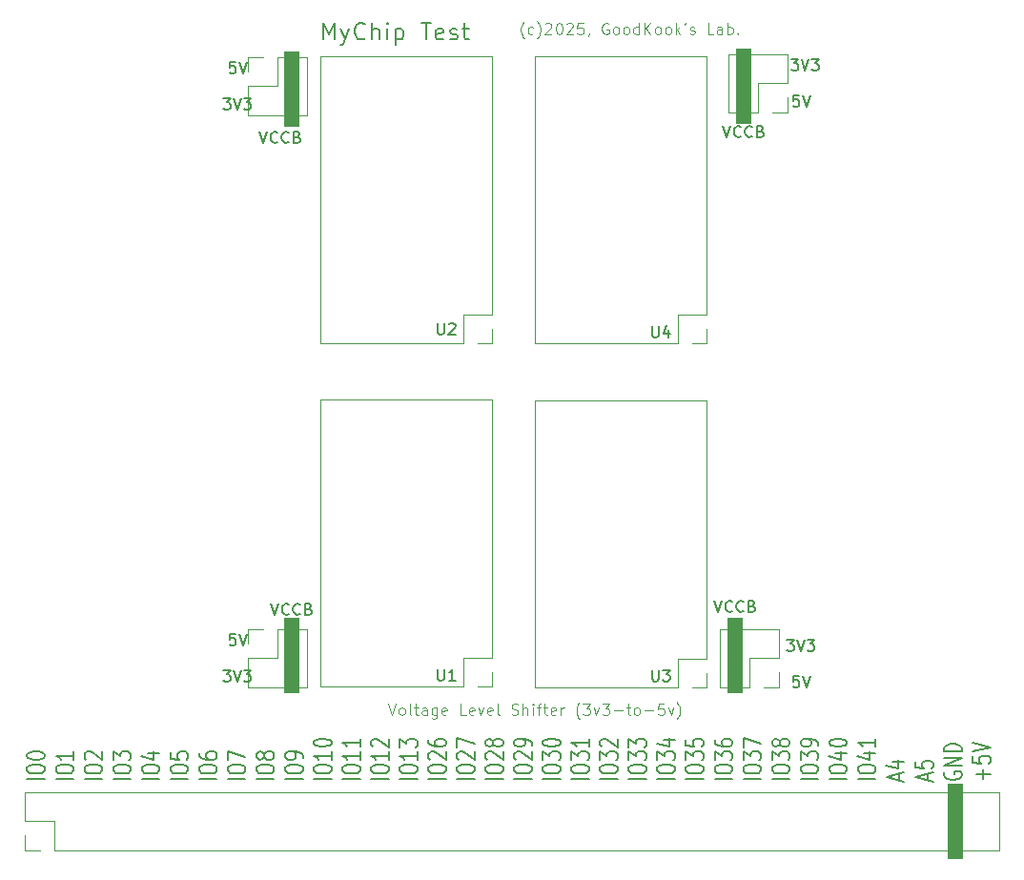
<source format=gbr>
%TF.GenerationSoftware,KiCad,Pcbnew,9.0.1-9.0.1-0~ubuntu24.04.1*%
%TF.CreationDate,2025-04-22T11:50:30+09:00*%
%TF.ProjectId,PSCE-TEST_Arty,50534345-2d54-4455-9354-5f417274792e,rev?*%
%TF.SameCoordinates,Original*%
%TF.FileFunction,Legend,Top*%
%TF.FilePolarity,Positive*%
%FSLAX46Y46*%
G04 Gerber Fmt 4.6, Leading zero omitted, Abs format (unit mm)*
G04 Created by KiCad (PCBNEW 9.0.1-9.0.1-0~ubuntu24.04.1) date 2025-04-22 11:50:30*
%MOMM*%
%LPD*%
G01*
G04 APERTURE LIST*
%ADD10C,0.100000*%
%ADD11C,0.200000*%
%ADD12C,0.150000*%
%ADD13C,0.120000*%
G04 APERTURE END LIST*
D10*
X170053000Y-120396000D02*
X171323000Y-120396000D01*
X171323000Y-127000000D01*
X170053000Y-127000000D01*
X170053000Y-120396000D01*
G36*
X170053000Y-120396000D02*
G01*
X171323000Y-120396000D01*
X171323000Y-127000000D01*
X170053000Y-127000000D01*
X170053000Y-120396000D01*
G37*
X151257000Y-55118000D02*
X152527000Y-55118000D01*
X152527000Y-61722000D01*
X151257000Y-61722000D01*
X151257000Y-55118000D01*
G36*
X151257000Y-55118000D02*
G01*
X152527000Y-55118000D01*
X152527000Y-61722000D01*
X151257000Y-61722000D01*
X151257000Y-55118000D01*
G37*
X150495000Y-105664000D02*
X151765000Y-105664000D01*
X151765000Y-112268000D01*
X150495000Y-112268000D01*
X150495000Y-105664000D01*
G36*
X150495000Y-105664000D02*
G01*
X151765000Y-105664000D01*
X151765000Y-112268000D01*
X150495000Y-112268000D01*
X150495000Y-105664000D01*
G37*
X111125000Y-105664000D02*
X112395000Y-105664000D01*
X112395000Y-112268000D01*
X111125000Y-112268000D01*
X111125000Y-105664000D01*
G36*
X111125000Y-105664000D02*
G01*
X112395000Y-105664000D01*
X112395000Y-112268000D01*
X111125000Y-112268000D01*
X111125000Y-105664000D01*
G37*
X111125000Y-55372000D02*
X112395000Y-55372000D01*
X112395000Y-61976000D01*
X111125000Y-61976000D01*
X111125000Y-55372000D01*
G36*
X111125000Y-55372000D02*
G01*
X112395000Y-55372000D01*
X112395000Y-61976000D01*
X111125000Y-61976000D01*
X111125000Y-55372000D01*
G37*
D11*
X89843742Y-119978707D02*
X88263742Y-119978707D01*
X88263742Y-119178707D02*
X88263742Y-118950135D01*
X88263742Y-118950135D02*
X88338980Y-118835850D01*
X88338980Y-118835850D02*
X88489456Y-118721564D01*
X88489456Y-118721564D02*
X88790408Y-118664421D01*
X88790408Y-118664421D02*
X89317075Y-118664421D01*
X89317075Y-118664421D02*
X89618027Y-118721564D01*
X89618027Y-118721564D02*
X89768504Y-118835850D01*
X89768504Y-118835850D02*
X89843742Y-118950135D01*
X89843742Y-118950135D02*
X89843742Y-119178707D01*
X89843742Y-119178707D02*
X89768504Y-119292993D01*
X89768504Y-119292993D02*
X89618027Y-119407278D01*
X89618027Y-119407278D02*
X89317075Y-119464421D01*
X89317075Y-119464421D02*
X88790408Y-119464421D01*
X88790408Y-119464421D02*
X88489456Y-119407278D01*
X88489456Y-119407278D02*
X88338980Y-119292993D01*
X88338980Y-119292993D02*
X88263742Y-119178707D01*
X88263742Y-117921564D02*
X88263742Y-117807278D01*
X88263742Y-117807278D02*
X88338980Y-117692992D01*
X88338980Y-117692992D02*
X88414218Y-117635850D01*
X88414218Y-117635850D02*
X88564694Y-117578707D01*
X88564694Y-117578707D02*
X88865646Y-117521564D01*
X88865646Y-117521564D02*
X89241837Y-117521564D01*
X89241837Y-117521564D02*
X89542789Y-117578707D01*
X89542789Y-117578707D02*
X89693265Y-117635850D01*
X89693265Y-117635850D02*
X89768504Y-117692992D01*
X89768504Y-117692992D02*
X89843742Y-117807278D01*
X89843742Y-117807278D02*
X89843742Y-117921564D01*
X89843742Y-117921564D02*
X89768504Y-118035850D01*
X89768504Y-118035850D02*
X89693265Y-118092992D01*
X89693265Y-118092992D02*
X89542789Y-118150135D01*
X89542789Y-118150135D02*
X89241837Y-118207278D01*
X89241837Y-118207278D02*
X88865646Y-118207278D01*
X88865646Y-118207278D02*
X88564694Y-118150135D01*
X88564694Y-118150135D02*
X88414218Y-118092992D01*
X88414218Y-118092992D02*
X88338980Y-118035850D01*
X88338980Y-118035850D02*
X88263742Y-117921564D01*
X92387454Y-119978707D02*
X90807454Y-119978707D01*
X90807454Y-119178707D02*
X90807454Y-118950135D01*
X90807454Y-118950135D02*
X90882692Y-118835850D01*
X90882692Y-118835850D02*
X91033168Y-118721564D01*
X91033168Y-118721564D02*
X91334120Y-118664421D01*
X91334120Y-118664421D02*
X91860787Y-118664421D01*
X91860787Y-118664421D02*
X92161739Y-118721564D01*
X92161739Y-118721564D02*
X92312216Y-118835850D01*
X92312216Y-118835850D02*
X92387454Y-118950135D01*
X92387454Y-118950135D02*
X92387454Y-119178707D01*
X92387454Y-119178707D02*
X92312216Y-119292993D01*
X92312216Y-119292993D02*
X92161739Y-119407278D01*
X92161739Y-119407278D02*
X91860787Y-119464421D01*
X91860787Y-119464421D02*
X91334120Y-119464421D01*
X91334120Y-119464421D02*
X91033168Y-119407278D01*
X91033168Y-119407278D02*
X90882692Y-119292993D01*
X90882692Y-119292993D02*
X90807454Y-119178707D01*
X92387454Y-117521564D02*
X92387454Y-118207278D01*
X92387454Y-117864421D02*
X90807454Y-117864421D01*
X90807454Y-117864421D02*
X91033168Y-117978707D01*
X91033168Y-117978707D02*
X91183644Y-118092992D01*
X91183644Y-118092992D02*
X91258882Y-118207278D01*
X94931166Y-119978707D02*
X93351166Y-119978707D01*
X93351166Y-119178707D02*
X93351166Y-118950135D01*
X93351166Y-118950135D02*
X93426404Y-118835850D01*
X93426404Y-118835850D02*
X93576880Y-118721564D01*
X93576880Y-118721564D02*
X93877832Y-118664421D01*
X93877832Y-118664421D02*
X94404499Y-118664421D01*
X94404499Y-118664421D02*
X94705451Y-118721564D01*
X94705451Y-118721564D02*
X94855928Y-118835850D01*
X94855928Y-118835850D02*
X94931166Y-118950135D01*
X94931166Y-118950135D02*
X94931166Y-119178707D01*
X94931166Y-119178707D02*
X94855928Y-119292993D01*
X94855928Y-119292993D02*
X94705451Y-119407278D01*
X94705451Y-119407278D02*
X94404499Y-119464421D01*
X94404499Y-119464421D02*
X93877832Y-119464421D01*
X93877832Y-119464421D02*
X93576880Y-119407278D01*
X93576880Y-119407278D02*
X93426404Y-119292993D01*
X93426404Y-119292993D02*
X93351166Y-119178707D01*
X93501642Y-118207278D02*
X93426404Y-118150135D01*
X93426404Y-118150135D02*
X93351166Y-118035850D01*
X93351166Y-118035850D02*
X93351166Y-117750135D01*
X93351166Y-117750135D02*
X93426404Y-117635850D01*
X93426404Y-117635850D02*
X93501642Y-117578707D01*
X93501642Y-117578707D02*
X93652118Y-117521564D01*
X93652118Y-117521564D02*
X93802594Y-117521564D01*
X93802594Y-117521564D02*
X94028308Y-117578707D01*
X94028308Y-117578707D02*
X94931166Y-118264421D01*
X94931166Y-118264421D02*
X94931166Y-117521564D01*
X97474878Y-119978707D02*
X95894878Y-119978707D01*
X95894878Y-119178707D02*
X95894878Y-118950135D01*
X95894878Y-118950135D02*
X95970116Y-118835850D01*
X95970116Y-118835850D02*
X96120592Y-118721564D01*
X96120592Y-118721564D02*
X96421544Y-118664421D01*
X96421544Y-118664421D02*
X96948211Y-118664421D01*
X96948211Y-118664421D02*
X97249163Y-118721564D01*
X97249163Y-118721564D02*
X97399640Y-118835850D01*
X97399640Y-118835850D02*
X97474878Y-118950135D01*
X97474878Y-118950135D02*
X97474878Y-119178707D01*
X97474878Y-119178707D02*
X97399640Y-119292993D01*
X97399640Y-119292993D02*
X97249163Y-119407278D01*
X97249163Y-119407278D02*
X96948211Y-119464421D01*
X96948211Y-119464421D02*
X96421544Y-119464421D01*
X96421544Y-119464421D02*
X96120592Y-119407278D01*
X96120592Y-119407278D02*
X95970116Y-119292993D01*
X95970116Y-119292993D02*
X95894878Y-119178707D01*
X95894878Y-118264421D02*
X95894878Y-117521564D01*
X95894878Y-117521564D02*
X96496782Y-117921564D01*
X96496782Y-117921564D02*
X96496782Y-117750135D01*
X96496782Y-117750135D02*
X96572020Y-117635850D01*
X96572020Y-117635850D02*
X96647259Y-117578707D01*
X96647259Y-117578707D02*
X96797735Y-117521564D01*
X96797735Y-117521564D02*
X97173925Y-117521564D01*
X97173925Y-117521564D02*
X97324401Y-117578707D01*
X97324401Y-117578707D02*
X97399640Y-117635850D01*
X97399640Y-117635850D02*
X97474878Y-117750135D01*
X97474878Y-117750135D02*
X97474878Y-118092992D01*
X97474878Y-118092992D02*
X97399640Y-118207278D01*
X97399640Y-118207278D02*
X97324401Y-118264421D01*
X100018590Y-119978707D02*
X98438590Y-119978707D01*
X98438590Y-119178707D02*
X98438590Y-118950135D01*
X98438590Y-118950135D02*
X98513828Y-118835850D01*
X98513828Y-118835850D02*
X98664304Y-118721564D01*
X98664304Y-118721564D02*
X98965256Y-118664421D01*
X98965256Y-118664421D02*
X99491923Y-118664421D01*
X99491923Y-118664421D02*
X99792875Y-118721564D01*
X99792875Y-118721564D02*
X99943352Y-118835850D01*
X99943352Y-118835850D02*
X100018590Y-118950135D01*
X100018590Y-118950135D02*
X100018590Y-119178707D01*
X100018590Y-119178707D02*
X99943352Y-119292993D01*
X99943352Y-119292993D02*
X99792875Y-119407278D01*
X99792875Y-119407278D02*
X99491923Y-119464421D01*
X99491923Y-119464421D02*
X98965256Y-119464421D01*
X98965256Y-119464421D02*
X98664304Y-119407278D01*
X98664304Y-119407278D02*
X98513828Y-119292993D01*
X98513828Y-119292993D02*
X98438590Y-119178707D01*
X98965256Y-117635850D02*
X100018590Y-117635850D01*
X98363352Y-117921564D02*
X99491923Y-118207278D01*
X99491923Y-118207278D02*
X99491923Y-117464421D01*
X102562302Y-119978707D02*
X100982302Y-119978707D01*
X100982302Y-119178707D02*
X100982302Y-118950135D01*
X100982302Y-118950135D02*
X101057540Y-118835850D01*
X101057540Y-118835850D02*
X101208016Y-118721564D01*
X101208016Y-118721564D02*
X101508968Y-118664421D01*
X101508968Y-118664421D02*
X102035635Y-118664421D01*
X102035635Y-118664421D02*
X102336587Y-118721564D01*
X102336587Y-118721564D02*
X102487064Y-118835850D01*
X102487064Y-118835850D02*
X102562302Y-118950135D01*
X102562302Y-118950135D02*
X102562302Y-119178707D01*
X102562302Y-119178707D02*
X102487064Y-119292993D01*
X102487064Y-119292993D02*
X102336587Y-119407278D01*
X102336587Y-119407278D02*
X102035635Y-119464421D01*
X102035635Y-119464421D02*
X101508968Y-119464421D01*
X101508968Y-119464421D02*
X101208016Y-119407278D01*
X101208016Y-119407278D02*
X101057540Y-119292993D01*
X101057540Y-119292993D02*
X100982302Y-119178707D01*
X100982302Y-117578707D02*
X100982302Y-118150135D01*
X100982302Y-118150135D02*
X101734683Y-118207278D01*
X101734683Y-118207278D02*
X101659444Y-118150135D01*
X101659444Y-118150135D02*
X101584206Y-118035850D01*
X101584206Y-118035850D02*
X101584206Y-117750135D01*
X101584206Y-117750135D02*
X101659444Y-117635850D01*
X101659444Y-117635850D02*
X101734683Y-117578707D01*
X101734683Y-117578707D02*
X101885159Y-117521564D01*
X101885159Y-117521564D02*
X102261349Y-117521564D01*
X102261349Y-117521564D02*
X102411825Y-117578707D01*
X102411825Y-117578707D02*
X102487064Y-117635850D01*
X102487064Y-117635850D02*
X102562302Y-117750135D01*
X102562302Y-117750135D02*
X102562302Y-118035850D01*
X102562302Y-118035850D02*
X102487064Y-118150135D01*
X102487064Y-118150135D02*
X102411825Y-118207278D01*
X105106014Y-119978707D02*
X103526014Y-119978707D01*
X103526014Y-119178707D02*
X103526014Y-118950135D01*
X103526014Y-118950135D02*
X103601252Y-118835850D01*
X103601252Y-118835850D02*
X103751728Y-118721564D01*
X103751728Y-118721564D02*
X104052680Y-118664421D01*
X104052680Y-118664421D02*
X104579347Y-118664421D01*
X104579347Y-118664421D02*
X104880299Y-118721564D01*
X104880299Y-118721564D02*
X105030776Y-118835850D01*
X105030776Y-118835850D02*
X105106014Y-118950135D01*
X105106014Y-118950135D02*
X105106014Y-119178707D01*
X105106014Y-119178707D02*
X105030776Y-119292993D01*
X105030776Y-119292993D02*
X104880299Y-119407278D01*
X104880299Y-119407278D02*
X104579347Y-119464421D01*
X104579347Y-119464421D02*
X104052680Y-119464421D01*
X104052680Y-119464421D02*
X103751728Y-119407278D01*
X103751728Y-119407278D02*
X103601252Y-119292993D01*
X103601252Y-119292993D02*
X103526014Y-119178707D01*
X103526014Y-117635850D02*
X103526014Y-117864421D01*
X103526014Y-117864421D02*
X103601252Y-117978707D01*
X103601252Y-117978707D02*
X103676490Y-118035850D01*
X103676490Y-118035850D02*
X103902204Y-118150135D01*
X103902204Y-118150135D02*
X104203156Y-118207278D01*
X104203156Y-118207278D02*
X104805061Y-118207278D01*
X104805061Y-118207278D02*
X104955537Y-118150135D01*
X104955537Y-118150135D02*
X105030776Y-118092992D01*
X105030776Y-118092992D02*
X105106014Y-117978707D01*
X105106014Y-117978707D02*
X105106014Y-117750135D01*
X105106014Y-117750135D02*
X105030776Y-117635850D01*
X105030776Y-117635850D02*
X104955537Y-117578707D01*
X104955537Y-117578707D02*
X104805061Y-117521564D01*
X104805061Y-117521564D02*
X104428871Y-117521564D01*
X104428871Y-117521564D02*
X104278395Y-117578707D01*
X104278395Y-117578707D02*
X104203156Y-117635850D01*
X104203156Y-117635850D02*
X104127918Y-117750135D01*
X104127918Y-117750135D02*
X104127918Y-117978707D01*
X104127918Y-117978707D02*
X104203156Y-118092992D01*
X104203156Y-118092992D02*
X104278395Y-118150135D01*
X104278395Y-118150135D02*
X104428871Y-118207278D01*
X107649726Y-119978707D02*
X106069726Y-119978707D01*
X106069726Y-119178707D02*
X106069726Y-118950135D01*
X106069726Y-118950135D02*
X106144964Y-118835850D01*
X106144964Y-118835850D02*
X106295440Y-118721564D01*
X106295440Y-118721564D02*
X106596392Y-118664421D01*
X106596392Y-118664421D02*
X107123059Y-118664421D01*
X107123059Y-118664421D02*
X107424011Y-118721564D01*
X107424011Y-118721564D02*
X107574488Y-118835850D01*
X107574488Y-118835850D02*
X107649726Y-118950135D01*
X107649726Y-118950135D02*
X107649726Y-119178707D01*
X107649726Y-119178707D02*
X107574488Y-119292993D01*
X107574488Y-119292993D02*
X107424011Y-119407278D01*
X107424011Y-119407278D02*
X107123059Y-119464421D01*
X107123059Y-119464421D02*
X106596392Y-119464421D01*
X106596392Y-119464421D02*
X106295440Y-119407278D01*
X106295440Y-119407278D02*
X106144964Y-119292993D01*
X106144964Y-119292993D02*
X106069726Y-119178707D01*
X106069726Y-118264421D02*
X106069726Y-117464421D01*
X106069726Y-117464421D02*
X107649726Y-117978707D01*
X110193438Y-119978707D02*
X108613438Y-119978707D01*
X108613438Y-119178707D02*
X108613438Y-118950135D01*
X108613438Y-118950135D02*
X108688676Y-118835850D01*
X108688676Y-118835850D02*
X108839152Y-118721564D01*
X108839152Y-118721564D02*
X109140104Y-118664421D01*
X109140104Y-118664421D02*
X109666771Y-118664421D01*
X109666771Y-118664421D02*
X109967723Y-118721564D01*
X109967723Y-118721564D02*
X110118200Y-118835850D01*
X110118200Y-118835850D02*
X110193438Y-118950135D01*
X110193438Y-118950135D02*
X110193438Y-119178707D01*
X110193438Y-119178707D02*
X110118200Y-119292993D01*
X110118200Y-119292993D02*
X109967723Y-119407278D01*
X109967723Y-119407278D02*
X109666771Y-119464421D01*
X109666771Y-119464421D02*
X109140104Y-119464421D01*
X109140104Y-119464421D02*
X108839152Y-119407278D01*
X108839152Y-119407278D02*
X108688676Y-119292993D01*
X108688676Y-119292993D02*
X108613438Y-119178707D01*
X109290580Y-117978707D02*
X109215342Y-118092992D01*
X109215342Y-118092992D02*
X109140104Y-118150135D01*
X109140104Y-118150135D02*
X108989628Y-118207278D01*
X108989628Y-118207278D02*
X108914390Y-118207278D01*
X108914390Y-118207278D02*
X108763914Y-118150135D01*
X108763914Y-118150135D02*
X108688676Y-118092992D01*
X108688676Y-118092992D02*
X108613438Y-117978707D01*
X108613438Y-117978707D02*
X108613438Y-117750135D01*
X108613438Y-117750135D02*
X108688676Y-117635850D01*
X108688676Y-117635850D02*
X108763914Y-117578707D01*
X108763914Y-117578707D02*
X108914390Y-117521564D01*
X108914390Y-117521564D02*
X108989628Y-117521564D01*
X108989628Y-117521564D02*
X109140104Y-117578707D01*
X109140104Y-117578707D02*
X109215342Y-117635850D01*
X109215342Y-117635850D02*
X109290580Y-117750135D01*
X109290580Y-117750135D02*
X109290580Y-117978707D01*
X109290580Y-117978707D02*
X109365819Y-118092992D01*
X109365819Y-118092992D02*
X109441057Y-118150135D01*
X109441057Y-118150135D02*
X109591533Y-118207278D01*
X109591533Y-118207278D02*
X109892485Y-118207278D01*
X109892485Y-118207278D02*
X110042961Y-118150135D01*
X110042961Y-118150135D02*
X110118200Y-118092992D01*
X110118200Y-118092992D02*
X110193438Y-117978707D01*
X110193438Y-117978707D02*
X110193438Y-117750135D01*
X110193438Y-117750135D02*
X110118200Y-117635850D01*
X110118200Y-117635850D02*
X110042961Y-117578707D01*
X110042961Y-117578707D02*
X109892485Y-117521564D01*
X109892485Y-117521564D02*
X109591533Y-117521564D01*
X109591533Y-117521564D02*
X109441057Y-117578707D01*
X109441057Y-117578707D02*
X109365819Y-117635850D01*
X109365819Y-117635850D02*
X109290580Y-117750135D01*
X112737150Y-119978707D02*
X111157150Y-119978707D01*
X111157150Y-119178707D02*
X111157150Y-118950135D01*
X111157150Y-118950135D02*
X111232388Y-118835850D01*
X111232388Y-118835850D02*
X111382864Y-118721564D01*
X111382864Y-118721564D02*
X111683816Y-118664421D01*
X111683816Y-118664421D02*
X112210483Y-118664421D01*
X112210483Y-118664421D02*
X112511435Y-118721564D01*
X112511435Y-118721564D02*
X112661912Y-118835850D01*
X112661912Y-118835850D02*
X112737150Y-118950135D01*
X112737150Y-118950135D02*
X112737150Y-119178707D01*
X112737150Y-119178707D02*
X112661912Y-119292993D01*
X112661912Y-119292993D02*
X112511435Y-119407278D01*
X112511435Y-119407278D02*
X112210483Y-119464421D01*
X112210483Y-119464421D02*
X111683816Y-119464421D01*
X111683816Y-119464421D02*
X111382864Y-119407278D01*
X111382864Y-119407278D02*
X111232388Y-119292993D01*
X111232388Y-119292993D02*
X111157150Y-119178707D01*
X112737150Y-118092992D02*
X112737150Y-117864421D01*
X112737150Y-117864421D02*
X112661912Y-117750135D01*
X112661912Y-117750135D02*
X112586673Y-117692992D01*
X112586673Y-117692992D02*
X112360959Y-117578707D01*
X112360959Y-117578707D02*
X112060007Y-117521564D01*
X112060007Y-117521564D02*
X111458102Y-117521564D01*
X111458102Y-117521564D02*
X111307626Y-117578707D01*
X111307626Y-117578707D02*
X111232388Y-117635850D01*
X111232388Y-117635850D02*
X111157150Y-117750135D01*
X111157150Y-117750135D02*
X111157150Y-117978707D01*
X111157150Y-117978707D02*
X111232388Y-118092992D01*
X111232388Y-118092992D02*
X111307626Y-118150135D01*
X111307626Y-118150135D02*
X111458102Y-118207278D01*
X111458102Y-118207278D02*
X111834292Y-118207278D01*
X111834292Y-118207278D02*
X111984769Y-118150135D01*
X111984769Y-118150135D02*
X112060007Y-118092992D01*
X112060007Y-118092992D02*
X112135245Y-117978707D01*
X112135245Y-117978707D02*
X112135245Y-117750135D01*
X112135245Y-117750135D02*
X112060007Y-117635850D01*
X112060007Y-117635850D02*
X111984769Y-117578707D01*
X111984769Y-117578707D02*
X111834292Y-117521564D01*
X115280862Y-119978707D02*
X113700862Y-119978707D01*
X113700862Y-119178707D02*
X113700862Y-118950135D01*
X113700862Y-118950135D02*
X113776100Y-118835850D01*
X113776100Y-118835850D02*
X113926576Y-118721564D01*
X113926576Y-118721564D02*
X114227528Y-118664421D01*
X114227528Y-118664421D02*
X114754195Y-118664421D01*
X114754195Y-118664421D02*
X115055147Y-118721564D01*
X115055147Y-118721564D02*
X115205624Y-118835850D01*
X115205624Y-118835850D02*
X115280862Y-118950135D01*
X115280862Y-118950135D02*
X115280862Y-119178707D01*
X115280862Y-119178707D02*
X115205624Y-119292993D01*
X115205624Y-119292993D02*
X115055147Y-119407278D01*
X115055147Y-119407278D02*
X114754195Y-119464421D01*
X114754195Y-119464421D02*
X114227528Y-119464421D01*
X114227528Y-119464421D02*
X113926576Y-119407278D01*
X113926576Y-119407278D02*
X113776100Y-119292993D01*
X113776100Y-119292993D02*
X113700862Y-119178707D01*
X115280862Y-117521564D02*
X115280862Y-118207278D01*
X115280862Y-117864421D02*
X113700862Y-117864421D01*
X113700862Y-117864421D02*
X113926576Y-117978707D01*
X113926576Y-117978707D02*
X114077052Y-118092992D01*
X114077052Y-118092992D02*
X114152290Y-118207278D01*
X113700862Y-116778707D02*
X113700862Y-116664421D01*
X113700862Y-116664421D02*
X113776100Y-116550135D01*
X113776100Y-116550135D02*
X113851338Y-116492993D01*
X113851338Y-116492993D02*
X114001814Y-116435850D01*
X114001814Y-116435850D02*
X114302766Y-116378707D01*
X114302766Y-116378707D02*
X114678957Y-116378707D01*
X114678957Y-116378707D02*
X114979909Y-116435850D01*
X114979909Y-116435850D02*
X115130385Y-116492993D01*
X115130385Y-116492993D02*
X115205624Y-116550135D01*
X115205624Y-116550135D02*
X115280862Y-116664421D01*
X115280862Y-116664421D02*
X115280862Y-116778707D01*
X115280862Y-116778707D02*
X115205624Y-116892993D01*
X115205624Y-116892993D02*
X115130385Y-116950135D01*
X115130385Y-116950135D02*
X114979909Y-117007278D01*
X114979909Y-117007278D02*
X114678957Y-117064421D01*
X114678957Y-117064421D02*
X114302766Y-117064421D01*
X114302766Y-117064421D02*
X114001814Y-117007278D01*
X114001814Y-117007278D02*
X113851338Y-116950135D01*
X113851338Y-116950135D02*
X113776100Y-116892993D01*
X113776100Y-116892993D02*
X113700862Y-116778707D01*
X117824574Y-119978707D02*
X116244574Y-119978707D01*
X116244574Y-119178707D02*
X116244574Y-118950135D01*
X116244574Y-118950135D02*
X116319812Y-118835850D01*
X116319812Y-118835850D02*
X116470288Y-118721564D01*
X116470288Y-118721564D02*
X116771240Y-118664421D01*
X116771240Y-118664421D02*
X117297907Y-118664421D01*
X117297907Y-118664421D02*
X117598859Y-118721564D01*
X117598859Y-118721564D02*
X117749336Y-118835850D01*
X117749336Y-118835850D02*
X117824574Y-118950135D01*
X117824574Y-118950135D02*
X117824574Y-119178707D01*
X117824574Y-119178707D02*
X117749336Y-119292993D01*
X117749336Y-119292993D02*
X117598859Y-119407278D01*
X117598859Y-119407278D02*
X117297907Y-119464421D01*
X117297907Y-119464421D02*
X116771240Y-119464421D01*
X116771240Y-119464421D02*
X116470288Y-119407278D01*
X116470288Y-119407278D02*
X116319812Y-119292993D01*
X116319812Y-119292993D02*
X116244574Y-119178707D01*
X117824574Y-117521564D02*
X117824574Y-118207278D01*
X117824574Y-117864421D02*
X116244574Y-117864421D01*
X116244574Y-117864421D02*
X116470288Y-117978707D01*
X116470288Y-117978707D02*
X116620764Y-118092992D01*
X116620764Y-118092992D02*
X116696002Y-118207278D01*
X117824574Y-116378707D02*
X117824574Y-117064421D01*
X117824574Y-116721564D02*
X116244574Y-116721564D01*
X116244574Y-116721564D02*
X116470288Y-116835850D01*
X116470288Y-116835850D02*
X116620764Y-116950135D01*
X116620764Y-116950135D02*
X116696002Y-117064421D01*
X120368286Y-119978707D02*
X118788286Y-119978707D01*
X118788286Y-119178707D02*
X118788286Y-118950135D01*
X118788286Y-118950135D02*
X118863524Y-118835850D01*
X118863524Y-118835850D02*
X119014000Y-118721564D01*
X119014000Y-118721564D02*
X119314952Y-118664421D01*
X119314952Y-118664421D02*
X119841619Y-118664421D01*
X119841619Y-118664421D02*
X120142571Y-118721564D01*
X120142571Y-118721564D02*
X120293048Y-118835850D01*
X120293048Y-118835850D02*
X120368286Y-118950135D01*
X120368286Y-118950135D02*
X120368286Y-119178707D01*
X120368286Y-119178707D02*
X120293048Y-119292993D01*
X120293048Y-119292993D02*
X120142571Y-119407278D01*
X120142571Y-119407278D02*
X119841619Y-119464421D01*
X119841619Y-119464421D02*
X119314952Y-119464421D01*
X119314952Y-119464421D02*
X119014000Y-119407278D01*
X119014000Y-119407278D02*
X118863524Y-119292993D01*
X118863524Y-119292993D02*
X118788286Y-119178707D01*
X120368286Y-117521564D02*
X120368286Y-118207278D01*
X120368286Y-117864421D02*
X118788286Y-117864421D01*
X118788286Y-117864421D02*
X119014000Y-117978707D01*
X119014000Y-117978707D02*
X119164476Y-118092992D01*
X119164476Y-118092992D02*
X119239714Y-118207278D01*
X118938762Y-117064421D02*
X118863524Y-117007278D01*
X118863524Y-117007278D02*
X118788286Y-116892993D01*
X118788286Y-116892993D02*
X118788286Y-116607278D01*
X118788286Y-116607278D02*
X118863524Y-116492993D01*
X118863524Y-116492993D02*
X118938762Y-116435850D01*
X118938762Y-116435850D02*
X119089238Y-116378707D01*
X119089238Y-116378707D02*
X119239714Y-116378707D01*
X119239714Y-116378707D02*
X119465428Y-116435850D01*
X119465428Y-116435850D02*
X120368286Y-117121564D01*
X120368286Y-117121564D02*
X120368286Y-116378707D01*
X122911998Y-119978707D02*
X121331998Y-119978707D01*
X121331998Y-119178707D02*
X121331998Y-118950135D01*
X121331998Y-118950135D02*
X121407236Y-118835850D01*
X121407236Y-118835850D02*
X121557712Y-118721564D01*
X121557712Y-118721564D02*
X121858664Y-118664421D01*
X121858664Y-118664421D02*
X122385331Y-118664421D01*
X122385331Y-118664421D02*
X122686283Y-118721564D01*
X122686283Y-118721564D02*
X122836760Y-118835850D01*
X122836760Y-118835850D02*
X122911998Y-118950135D01*
X122911998Y-118950135D02*
X122911998Y-119178707D01*
X122911998Y-119178707D02*
X122836760Y-119292993D01*
X122836760Y-119292993D02*
X122686283Y-119407278D01*
X122686283Y-119407278D02*
X122385331Y-119464421D01*
X122385331Y-119464421D02*
X121858664Y-119464421D01*
X121858664Y-119464421D02*
X121557712Y-119407278D01*
X121557712Y-119407278D02*
X121407236Y-119292993D01*
X121407236Y-119292993D02*
X121331998Y-119178707D01*
X122911998Y-117521564D02*
X122911998Y-118207278D01*
X122911998Y-117864421D02*
X121331998Y-117864421D01*
X121331998Y-117864421D02*
X121557712Y-117978707D01*
X121557712Y-117978707D02*
X121708188Y-118092992D01*
X121708188Y-118092992D02*
X121783426Y-118207278D01*
X121331998Y-117121564D02*
X121331998Y-116378707D01*
X121331998Y-116378707D02*
X121933902Y-116778707D01*
X121933902Y-116778707D02*
X121933902Y-116607278D01*
X121933902Y-116607278D02*
X122009140Y-116492993D01*
X122009140Y-116492993D02*
X122084379Y-116435850D01*
X122084379Y-116435850D02*
X122234855Y-116378707D01*
X122234855Y-116378707D02*
X122611045Y-116378707D01*
X122611045Y-116378707D02*
X122761521Y-116435850D01*
X122761521Y-116435850D02*
X122836760Y-116492993D01*
X122836760Y-116492993D02*
X122911998Y-116607278D01*
X122911998Y-116607278D02*
X122911998Y-116950135D01*
X122911998Y-116950135D02*
X122836760Y-117064421D01*
X122836760Y-117064421D02*
X122761521Y-117121564D01*
X125455710Y-119978707D02*
X123875710Y-119978707D01*
X123875710Y-119178707D02*
X123875710Y-118950135D01*
X123875710Y-118950135D02*
X123950948Y-118835850D01*
X123950948Y-118835850D02*
X124101424Y-118721564D01*
X124101424Y-118721564D02*
X124402376Y-118664421D01*
X124402376Y-118664421D02*
X124929043Y-118664421D01*
X124929043Y-118664421D02*
X125229995Y-118721564D01*
X125229995Y-118721564D02*
X125380472Y-118835850D01*
X125380472Y-118835850D02*
X125455710Y-118950135D01*
X125455710Y-118950135D02*
X125455710Y-119178707D01*
X125455710Y-119178707D02*
X125380472Y-119292993D01*
X125380472Y-119292993D02*
X125229995Y-119407278D01*
X125229995Y-119407278D02*
X124929043Y-119464421D01*
X124929043Y-119464421D02*
X124402376Y-119464421D01*
X124402376Y-119464421D02*
X124101424Y-119407278D01*
X124101424Y-119407278D02*
X123950948Y-119292993D01*
X123950948Y-119292993D02*
X123875710Y-119178707D01*
X124026186Y-118207278D02*
X123950948Y-118150135D01*
X123950948Y-118150135D02*
X123875710Y-118035850D01*
X123875710Y-118035850D02*
X123875710Y-117750135D01*
X123875710Y-117750135D02*
X123950948Y-117635850D01*
X123950948Y-117635850D02*
X124026186Y-117578707D01*
X124026186Y-117578707D02*
X124176662Y-117521564D01*
X124176662Y-117521564D02*
X124327138Y-117521564D01*
X124327138Y-117521564D02*
X124552852Y-117578707D01*
X124552852Y-117578707D02*
X125455710Y-118264421D01*
X125455710Y-118264421D02*
X125455710Y-117521564D01*
X123875710Y-116492993D02*
X123875710Y-116721564D01*
X123875710Y-116721564D02*
X123950948Y-116835850D01*
X123950948Y-116835850D02*
X124026186Y-116892993D01*
X124026186Y-116892993D02*
X124251900Y-117007278D01*
X124251900Y-117007278D02*
X124552852Y-117064421D01*
X124552852Y-117064421D02*
X125154757Y-117064421D01*
X125154757Y-117064421D02*
X125305233Y-117007278D01*
X125305233Y-117007278D02*
X125380472Y-116950135D01*
X125380472Y-116950135D02*
X125455710Y-116835850D01*
X125455710Y-116835850D02*
X125455710Y-116607278D01*
X125455710Y-116607278D02*
X125380472Y-116492993D01*
X125380472Y-116492993D02*
X125305233Y-116435850D01*
X125305233Y-116435850D02*
X125154757Y-116378707D01*
X125154757Y-116378707D02*
X124778567Y-116378707D01*
X124778567Y-116378707D02*
X124628091Y-116435850D01*
X124628091Y-116435850D02*
X124552852Y-116492993D01*
X124552852Y-116492993D02*
X124477614Y-116607278D01*
X124477614Y-116607278D02*
X124477614Y-116835850D01*
X124477614Y-116835850D02*
X124552852Y-116950135D01*
X124552852Y-116950135D02*
X124628091Y-117007278D01*
X124628091Y-117007278D02*
X124778567Y-117064421D01*
X127999422Y-119978707D02*
X126419422Y-119978707D01*
X126419422Y-119178707D02*
X126419422Y-118950135D01*
X126419422Y-118950135D02*
X126494660Y-118835850D01*
X126494660Y-118835850D02*
X126645136Y-118721564D01*
X126645136Y-118721564D02*
X126946088Y-118664421D01*
X126946088Y-118664421D02*
X127472755Y-118664421D01*
X127472755Y-118664421D02*
X127773707Y-118721564D01*
X127773707Y-118721564D02*
X127924184Y-118835850D01*
X127924184Y-118835850D02*
X127999422Y-118950135D01*
X127999422Y-118950135D02*
X127999422Y-119178707D01*
X127999422Y-119178707D02*
X127924184Y-119292993D01*
X127924184Y-119292993D02*
X127773707Y-119407278D01*
X127773707Y-119407278D02*
X127472755Y-119464421D01*
X127472755Y-119464421D02*
X126946088Y-119464421D01*
X126946088Y-119464421D02*
X126645136Y-119407278D01*
X126645136Y-119407278D02*
X126494660Y-119292993D01*
X126494660Y-119292993D02*
X126419422Y-119178707D01*
X126569898Y-118207278D02*
X126494660Y-118150135D01*
X126494660Y-118150135D02*
X126419422Y-118035850D01*
X126419422Y-118035850D02*
X126419422Y-117750135D01*
X126419422Y-117750135D02*
X126494660Y-117635850D01*
X126494660Y-117635850D02*
X126569898Y-117578707D01*
X126569898Y-117578707D02*
X126720374Y-117521564D01*
X126720374Y-117521564D02*
X126870850Y-117521564D01*
X126870850Y-117521564D02*
X127096564Y-117578707D01*
X127096564Y-117578707D02*
X127999422Y-118264421D01*
X127999422Y-118264421D02*
X127999422Y-117521564D01*
X126419422Y-117121564D02*
X126419422Y-116321564D01*
X126419422Y-116321564D02*
X127999422Y-116835850D01*
X130543134Y-119978707D02*
X128963134Y-119978707D01*
X128963134Y-119178707D02*
X128963134Y-118950135D01*
X128963134Y-118950135D02*
X129038372Y-118835850D01*
X129038372Y-118835850D02*
X129188848Y-118721564D01*
X129188848Y-118721564D02*
X129489800Y-118664421D01*
X129489800Y-118664421D02*
X130016467Y-118664421D01*
X130016467Y-118664421D02*
X130317419Y-118721564D01*
X130317419Y-118721564D02*
X130467896Y-118835850D01*
X130467896Y-118835850D02*
X130543134Y-118950135D01*
X130543134Y-118950135D02*
X130543134Y-119178707D01*
X130543134Y-119178707D02*
X130467896Y-119292993D01*
X130467896Y-119292993D02*
X130317419Y-119407278D01*
X130317419Y-119407278D02*
X130016467Y-119464421D01*
X130016467Y-119464421D02*
X129489800Y-119464421D01*
X129489800Y-119464421D02*
X129188848Y-119407278D01*
X129188848Y-119407278D02*
X129038372Y-119292993D01*
X129038372Y-119292993D02*
X128963134Y-119178707D01*
X129113610Y-118207278D02*
X129038372Y-118150135D01*
X129038372Y-118150135D02*
X128963134Y-118035850D01*
X128963134Y-118035850D02*
X128963134Y-117750135D01*
X128963134Y-117750135D02*
X129038372Y-117635850D01*
X129038372Y-117635850D02*
X129113610Y-117578707D01*
X129113610Y-117578707D02*
X129264086Y-117521564D01*
X129264086Y-117521564D02*
X129414562Y-117521564D01*
X129414562Y-117521564D02*
X129640276Y-117578707D01*
X129640276Y-117578707D02*
X130543134Y-118264421D01*
X130543134Y-118264421D02*
X130543134Y-117521564D01*
X129640276Y-116835850D02*
X129565038Y-116950135D01*
X129565038Y-116950135D02*
X129489800Y-117007278D01*
X129489800Y-117007278D02*
X129339324Y-117064421D01*
X129339324Y-117064421D02*
X129264086Y-117064421D01*
X129264086Y-117064421D02*
X129113610Y-117007278D01*
X129113610Y-117007278D02*
X129038372Y-116950135D01*
X129038372Y-116950135D02*
X128963134Y-116835850D01*
X128963134Y-116835850D02*
X128963134Y-116607278D01*
X128963134Y-116607278D02*
X129038372Y-116492993D01*
X129038372Y-116492993D02*
X129113610Y-116435850D01*
X129113610Y-116435850D02*
X129264086Y-116378707D01*
X129264086Y-116378707D02*
X129339324Y-116378707D01*
X129339324Y-116378707D02*
X129489800Y-116435850D01*
X129489800Y-116435850D02*
X129565038Y-116492993D01*
X129565038Y-116492993D02*
X129640276Y-116607278D01*
X129640276Y-116607278D02*
X129640276Y-116835850D01*
X129640276Y-116835850D02*
X129715515Y-116950135D01*
X129715515Y-116950135D02*
X129790753Y-117007278D01*
X129790753Y-117007278D02*
X129941229Y-117064421D01*
X129941229Y-117064421D02*
X130242181Y-117064421D01*
X130242181Y-117064421D02*
X130392657Y-117007278D01*
X130392657Y-117007278D02*
X130467896Y-116950135D01*
X130467896Y-116950135D02*
X130543134Y-116835850D01*
X130543134Y-116835850D02*
X130543134Y-116607278D01*
X130543134Y-116607278D02*
X130467896Y-116492993D01*
X130467896Y-116492993D02*
X130392657Y-116435850D01*
X130392657Y-116435850D02*
X130242181Y-116378707D01*
X130242181Y-116378707D02*
X129941229Y-116378707D01*
X129941229Y-116378707D02*
X129790753Y-116435850D01*
X129790753Y-116435850D02*
X129715515Y-116492993D01*
X129715515Y-116492993D02*
X129640276Y-116607278D01*
X133086846Y-119978707D02*
X131506846Y-119978707D01*
X131506846Y-119178707D02*
X131506846Y-118950135D01*
X131506846Y-118950135D02*
X131582084Y-118835850D01*
X131582084Y-118835850D02*
X131732560Y-118721564D01*
X131732560Y-118721564D02*
X132033512Y-118664421D01*
X132033512Y-118664421D02*
X132560179Y-118664421D01*
X132560179Y-118664421D02*
X132861131Y-118721564D01*
X132861131Y-118721564D02*
X133011608Y-118835850D01*
X133011608Y-118835850D02*
X133086846Y-118950135D01*
X133086846Y-118950135D02*
X133086846Y-119178707D01*
X133086846Y-119178707D02*
X133011608Y-119292993D01*
X133011608Y-119292993D02*
X132861131Y-119407278D01*
X132861131Y-119407278D02*
X132560179Y-119464421D01*
X132560179Y-119464421D02*
X132033512Y-119464421D01*
X132033512Y-119464421D02*
X131732560Y-119407278D01*
X131732560Y-119407278D02*
X131582084Y-119292993D01*
X131582084Y-119292993D02*
X131506846Y-119178707D01*
X131657322Y-118207278D02*
X131582084Y-118150135D01*
X131582084Y-118150135D02*
X131506846Y-118035850D01*
X131506846Y-118035850D02*
X131506846Y-117750135D01*
X131506846Y-117750135D02*
X131582084Y-117635850D01*
X131582084Y-117635850D02*
X131657322Y-117578707D01*
X131657322Y-117578707D02*
X131807798Y-117521564D01*
X131807798Y-117521564D02*
X131958274Y-117521564D01*
X131958274Y-117521564D02*
X132183988Y-117578707D01*
X132183988Y-117578707D02*
X133086846Y-118264421D01*
X133086846Y-118264421D02*
X133086846Y-117521564D01*
X133086846Y-116950135D02*
X133086846Y-116721564D01*
X133086846Y-116721564D02*
X133011608Y-116607278D01*
X133011608Y-116607278D02*
X132936369Y-116550135D01*
X132936369Y-116550135D02*
X132710655Y-116435850D01*
X132710655Y-116435850D02*
X132409703Y-116378707D01*
X132409703Y-116378707D02*
X131807798Y-116378707D01*
X131807798Y-116378707D02*
X131657322Y-116435850D01*
X131657322Y-116435850D02*
X131582084Y-116492993D01*
X131582084Y-116492993D02*
X131506846Y-116607278D01*
X131506846Y-116607278D02*
X131506846Y-116835850D01*
X131506846Y-116835850D02*
X131582084Y-116950135D01*
X131582084Y-116950135D02*
X131657322Y-117007278D01*
X131657322Y-117007278D02*
X131807798Y-117064421D01*
X131807798Y-117064421D02*
X132183988Y-117064421D01*
X132183988Y-117064421D02*
X132334465Y-117007278D01*
X132334465Y-117007278D02*
X132409703Y-116950135D01*
X132409703Y-116950135D02*
X132484941Y-116835850D01*
X132484941Y-116835850D02*
X132484941Y-116607278D01*
X132484941Y-116607278D02*
X132409703Y-116492993D01*
X132409703Y-116492993D02*
X132334465Y-116435850D01*
X132334465Y-116435850D02*
X132183988Y-116378707D01*
X135630558Y-119978707D02*
X134050558Y-119978707D01*
X134050558Y-119178707D02*
X134050558Y-118950135D01*
X134050558Y-118950135D02*
X134125796Y-118835850D01*
X134125796Y-118835850D02*
X134276272Y-118721564D01*
X134276272Y-118721564D02*
X134577224Y-118664421D01*
X134577224Y-118664421D02*
X135103891Y-118664421D01*
X135103891Y-118664421D02*
X135404843Y-118721564D01*
X135404843Y-118721564D02*
X135555320Y-118835850D01*
X135555320Y-118835850D02*
X135630558Y-118950135D01*
X135630558Y-118950135D02*
X135630558Y-119178707D01*
X135630558Y-119178707D02*
X135555320Y-119292993D01*
X135555320Y-119292993D02*
X135404843Y-119407278D01*
X135404843Y-119407278D02*
X135103891Y-119464421D01*
X135103891Y-119464421D02*
X134577224Y-119464421D01*
X134577224Y-119464421D02*
X134276272Y-119407278D01*
X134276272Y-119407278D02*
X134125796Y-119292993D01*
X134125796Y-119292993D02*
X134050558Y-119178707D01*
X134050558Y-118264421D02*
X134050558Y-117521564D01*
X134050558Y-117521564D02*
X134652462Y-117921564D01*
X134652462Y-117921564D02*
X134652462Y-117750135D01*
X134652462Y-117750135D02*
X134727700Y-117635850D01*
X134727700Y-117635850D02*
X134802939Y-117578707D01*
X134802939Y-117578707D02*
X134953415Y-117521564D01*
X134953415Y-117521564D02*
X135329605Y-117521564D01*
X135329605Y-117521564D02*
X135480081Y-117578707D01*
X135480081Y-117578707D02*
X135555320Y-117635850D01*
X135555320Y-117635850D02*
X135630558Y-117750135D01*
X135630558Y-117750135D02*
X135630558Y-118092992D01*
X135630558Y-118092992D02*
X135555320Y-118207278D01*
X135555320Y-118207278D02*
X135480081Y-118264421D01*
X134050558Y-116778707D02*
X134050558Y-116664421D01*
X134050558Y-116664421D02*
X134125796Y-116550135D01*
X134125796Y-116550135D02*
X134201034Y-116492993D01*
X134201034Y-116492993D02*
X134351510Y-116435850D01*
X134351510Y-116435850D02*
X134652462Y-116378707D01*
X134652462Y-116378707D02*
X135028653Y-116378707D01*
X135028653Y-116378707D02*
X135329605Y-116435850D01*
X135329605Y-116435850D02*
X135480081Y-116492993D01*
X135480081Y-116492993D02*
X135555320Y-116550135D01*
X135555320Y-116550135D02*
X135630558Y-116664421D01*
X135630558Y-116664421D02*
X135630558Y-116778707D01*
X135630558Y-116778707D02*
X135555320Y-116892993D01*
X135555320Y-116892993D02*
X135480081Y-116950135D01*
X135480081Y-116950135D02*
X135329605Y-117007278D01*
X135329605Y-117007278D02*
X135028653Y-117064421D01*
X135028653Y-117064421D02*
X134652462Y-117064421D01*
X134652462Y-117064421D02*
X134351510Y-117007278D01*
X134351510Y-117007278D02*
X134201034Y-116950135D01*
X134201034Y-116950135D02*
X134125796Y-116892993D01*
X134125796Y-116892993D02*
X134050558Y-116778707D01*
X138174270Y-119978707D02*
X136594270Y-119978707D01*
X136594270Y-119178707D02*
X136594270Y-118950135D01*
X136594270Y-118950135D02*
X136669508Y-118835850D01*
X136669508Y-118835850D02*
X136819984Y-118721564D01*
X136819984Y-118721564D02*
X137120936Y-118664421D01*
X137120936Y-118664421D02*
X137647603Y-118664421D01*
X137647603Y-118664421D02*
X137948555Y-118721564D01*
X137948555Y-118721564D02*
X138099032Y-118835850D01*
X138099032Y-118835850D02*
X138174270Y-118950135D01*
X138174270Y-118950135D02*
X138174270Y-119178707D01*
X138174270Y-119178707D02*
X138099032Y-119292993D01*
X138099032Y-119292993D02*
X137948555Y-119407278D01*
X137948555Y-119407278D02*
X137647603Y-119464421D01*
X137647603Y-119464421D02*
X137120936Y-119464421D01*
X137120936Y-119464421D02*
X136819984Y-119407278D01*
X136819984Y-119407278D02*
X136669508Y-119292993D01*
X136669508Y-119292993D02*
X136594270Y-119178707D01*
X136594270Y-118264421D02*
X136594270Y-117521564D01*
X136594270Y-117521564D02*
X137196174Y-117921564D01*
X137196174Y-117921564D02*
X137196174Y-117750135D01*
X137196174Y-117750135D02*
X137271412Y-117635850D01*
X137271412Y-117635850D02*
X137346651Y-117578707D01*
X137346651Y-117578707D02*
X137497127Y-117521564D01*
X137497127Y-117521564D02*
X137873317Y-117521564D01*
X137873317Y-117521564D02*
X138023793Y-117578707D01*
X138023793Y-117578707D02*
X138099032Y-117635850D01*
X138099032Y-117635850D02*
X138174270Y-117750135D01*
X138174270Y-117750135D02*
X138174270Y-118092992D01*
X138174270Y-118092992D02*
X138099032Y-118207278D01*
X138099032Y-118207278D02*
X138023793Y-118264421D01*
X138174270Y-116378707D02*
X138174270Y-117064421D01*
X138174270Y-116721564D02*
X136594270Y-116721564D01*
X136594270Y-116721564D02*
X136819984Y-116835850D01*
X136819984Y-116835850D02*
X136970460Y-116950135D01*
X136970460Y-116950135D02*
X137045698Y-117064421D01*
X140717982Y-119978707D02*
X139137982Y-119978707D01*
X139137982Y-119178707D02*
X139137982Y-118950135D01*
X139137982Y-118950135D02*
X139213220Y-118835850D01*
X139213220Y-118835850D02*
X139363696Y-118721564D01*
X139363696Y-118721564D02*
X139664648Y-118664421D01*
X139664648Y-118664421D02*
X140191315Y-118664421D01*
X140191315Y-118664421D02*
X140492267Y-118721564D01*
X140492267Y-118721564D02*
X140642744Y-118835850D01*
X140642744Y-118835850D02*
X140717982Y-118950135D01*
X140717982Y-118950135D02*
X140717982Y-119178707D01*
X140717982Y-119178707D02*
X140642744Y-119292993D01*
X140642744Y-119292993D02*
X140492267Y-119407278D01*
X140492267Y-119407278D02*
X140191315Y-119464421D01*
X140191315Y-119464421D02*
X139664648Y-119464421D01*
X139664648Y-119464421D02*
X139363696Y-119407278D01*
X139363696Y-119407278D02*
X139213220Y-119292993D01*
X139213220Y-119292993D02*
X139137982Y-119178707D01*
X139137982Y-118264421D02*
X139137982Y-117521564D01*
X139137982Y-117521564D02*
X139739886Y-117921564D01*
X139739886Y-117921564D02*
X139739886Y-117750135D01*
X139739886Y-117750135D02*
X139815124Y-117635850D01*
X139815124Y-117635850D02*
X139890363Y-117578707D01*
X139890363Y-117578707D02*
X140040839Y-117521564D01*
X140040839Y-117521564D02*
X140417029Y-117521564D01*
X140417029Y-117521564D02*
X140567505Y-117578707D01*
X140567505Y-117578707D02*
X140642744Y-117635850D01*
X140642744Y-117635850D02*
X140717982Y-117750135D01*
X140717982Y-117750135D02*
X140717982Y-118092992D01*
X140717982Y-118092992D02*
X140642744Y-118207278D01*
X140642744Y-118207278D02*
X140567505Y-118264421D01*
X139288458Y-117064421D02*
X139213220Y-117007278D01*
X139213220Y-117007278D02*
X139137982Y-116892993D01*
X139137982Y-116892993D02*
X139137982Y-116607278D01*
X139137982Y-116607278D02*
X139213220Y-116492993D01*
X139213220Y-116492993D02*
X139288458Y-116435850D01*
X139288458Y-116435850D02*
X139438934Y-116378707D01*
X139438934Y-116378707D02*
X139589410Y-116378707D01*
X139589410Y-116378707D02*
X139815124Y-116435850D01*
X139815124Y-116435850D02*
X140717982Y-117121564D01*
X140717982Y-117121564D02*
X140717982Y-116378707D01*
X143261694Y-119978707D02*
X141681694Y-119978707D01*
X141681694Y-119178707D02*
X141681694Y-118950135D01*
X141681694Y-118950135D02*
X141756932Y-118835850D01*
X141756932Y-118835850D02*
X141907408Y-118721564D01*
X141907408Y-118721564D02*
X142208360Y-118664421D01*
X142208360Y-118664421D02*
X142735027Y-118664421D01*
X142735027Y-118664421D02*
X143035979Y-118721564D01*
X143035979Y-118721564D02*
X143186456Y-118835850D01*
X143186456Y-118835850D02*
X143261694Y-118950135D01*
X143261694Y-118950135D02*
X143261694Y-119178707D01*
X143261694Y-119178707D02*
X143186456Y-119292993D01*
X143186456Y-119292993D02*
X143035979Y-119407278D01*
X143035979Y-119407278D02*
X142735027Y-119464421D01*
X142735027Y-119464421D02*
X142208360Y-119464421D01*
X142208360Y-119464421D02*
X141907408Y-119407278D01*
X141907408Y-119407278D02*
X141756932Y-119292993D01*
X141756932Y-119292993D02*
X141681694Y-119178707D01*
X141681694Y-118264421D02*
X141681694Y-117521564D01*
X141681694Y-117521564D02*
X142283598Y-117921564D01*
X142283598Y-117921564D02*
X142283598Y-117750135D01*
X142283598Y-117750135D02*
X142358836Y-117635850D01*
X142358836Y-117635850D02*
X142434075Y-117578707D01*
X142434075Y-117578707D02*
X142584551Y-117521564D01*
X142584551Y-117521564D02*
X142960741Y-117521564D01*
X142960741Y-117521564D02*
X143111217Y-117578707D01*
X143111217Y-117578707D02*
X143186456Y-117635850D01*
X143186456Y-117635850D02*
X143261694Y-117750135D01*
X143261694Y-117750135D02*
X143261694Y-118092992D01*
X143261694Y-118092992D02*
X143186456Y-118207278D01*
X143186456Y-118207278D02*
X143111217Y-118264421D01*
X141681694Y-117121564D02*
X141681694Y-116378707D01*
X141681694Y-116378707D02*
X142283598Y-116778707D01*
X142283598Y-116778707D02*
X142283598Y-116607278D01*
X142283598Y-116607278D02*
X142358836Y-116492993D01*
X142358836Y-116492993D02*
X142434075Y-116435850D01*
X142434075Y-116435850D02*
X142584551Y-116378707D01*
X142584551Y-116378707D02*
X142960741Y-116378707D01*
X142960741Y-116378707D02*
X143111217Y-116435850D01*
X143111217Y-116435850D02*
X143186456Y-116492993D01*
X143186456Y-116492993D02*
X143261694Y-116607278D01*
X143261694Y-116607278D02*
X143261694Y-116950135D01*
X143261694Y-116950135D02*
X143186456Y-117064421D01*
X143186456Y-117064421D02*
X143111217Y-117121564D01*
X145805406Y-119978707D02*
X144225406Y-119978707D01*
X144225406Y-119178707D02*
X144225406Y-118950135D01*
X144225406Y-118950135D02*
X144300644Y-118835850D01*
X144300644Y-118835850D02*
X144451120Y-118721564D01*
X144451120Y-118721564D02*
X144752072Y-118664421D01*
X144752072Y-118664421D02*
X145278739Y-118664421D01*
X145278739Y-118664421D02*
X145579691Y-118721564D01*
X145579691Y-118721564D02*
X145730168Y-118835850D01*
X145730168Y-118835850D02*
X145805406Y-118950135D01*
X145805406Y-118950135D02*
X145805406Y-119178707D01*
X145805406Y-119178707D02*
X145730168Y-119292993D01*
X145730168Y-119292993D02*
X145579691Y-119407278D01*
X145579691Y-119407278D02*
X145278739Y-119464421D01*
X145278739Y-119464421D02*
X144752072Y-119464421D01*
X144752072Y-119464421D02*
X144451120Y-119407278D01*
X144451120Y-119407278D02*
X144300644Y-119292993D01*
X144300644Y-119292993D02*
X144225406Y-119178707D01*
X144225406Y-118264421D02*
X144225406Y-117521564D01*
X144225406Y-117521564D02*
X144827310Y-117921564D01*
X144827310Y-117921564D02*
X144827310Y-117750135D01*
X144827310Y-117750135D02*
X144902548Y-117635850D01*
X144902548Y-117635850D02*
X144977787Y-117578707D01*
X144977787Y-117578707D02*
X145128263Y-117521564D01*
X145128263Y-117521564D02*
X145504453Y-117521564D01*
X145504453Y-117521564D02*
X145654929Y-117578707D01*
X145654929Y-117578707D02*
X145730168Y-117635850D01*
X145730168Y-117635850D02*
X145805406Y-117750135D01*
X145805406Y-117750135D02*
X145805406Y-118092992D01*
X145805406Y-118092992D02*
X145730168Y-118207278D01*
X145730168Y-118207278D02*
X145654929Y-118264421D01*
X144752072Y-116492993D02*
X145805406Y-116492993D01*
X144150168Y-116778707D02*
X145278739Y-117064421D01*
X145278739Y-117064421D02*
X145278739Y-116321564D01*
X148349118Y-119978707D02*
X146769118Y-119978707D01*
X146769118Y-119178707D02*
X146769118Y-118950135D01*
X146769118Y-118950135D02*
X146844356Y-118835850D01*
X146844356Y-118835850D02*
X146994832Y-118721564D01*
X146994832Y-118721564D02*
X147295784Y-118664421D01*
X147295784Y-118664421D02*
X147822451Y-118664421D01*
X147822451Y-118664421D02*
X148123403Y-118721564D01*
X148123403Y-118721564D02*
X148273880Y-118835850D01*
X148273880Y-118835850D02*
X148349118Y-118950135D01*
X148349118Y-118950135D02*
X148349118Y-119178707D01*
X148349118Y-119178707D02*
X148273880Y-119292993D01*
X148273880Y-119292993D02*
X148123403Y-119407278D01*
X148123403Y-119407278D02*
X147822451Y-119464421D01*
X147822451Y-119464421D02*
X147295784Y-119464421D01*
X147295784Y-119464421D02*
X146994832Y-119407278D01*
X146994832Y-119407278D02*
X146844356Y-119292993D01*
X146844356Y-119292993D02*
X146769118Y-119178707D01*
X146769118Y-118264421D02*
X146769118Y-117521564D01*
X146769118Y-117521564D02*
X147371022Y-117921564D01*
X147371022Y-117921564D02*
X147371022Y-117750135D01*
X147371022Y-117750135D02*
X147446260Y-117635850D01*
X147446260Y-117635850D02*
X147521499Y-117578707D01*
X147521499Y-117578707D02*
X147671975Y-117521564D01*
X147671975Y-117521564D02*
X148048165Y-117521564D01*
X148048165Y-117521564D02*
X148198641Y-117578707D01*
X148198641Y-117578707D02*
X148273880Y-117635850D01*
X148273880Y-117635850D02*
X148349118Y-117750135D01*
X148349118Y-117750135D02*
X148349118Y-118092992D01*
X148349118Y-118092992D02*
X148273880Y-118207278D01*
X148273880Y-118207278D02*
X148198641Y-118264421D01*
X146769118Y-116435850D02*
X146769118Y-117007278D01*
X146769118Y-117007278D02*
X147521499Y-117064421D01*
X147521499Y-117064421D02*
X147446260Y-117007278D01*
X147446260Y-117007278D02*
X147371022Y-116892993D01*
X147371022Y-116892993D02*
X147371022Y-116607278D01*
X147371022Y-116607278D02*
X147446260Y-116492993D01*
X147446260Y-116492993D02*
X147521499Y-116435850D01*
X147521499Y-116435850D02*
X147671975Y-116378707D01*
X147671975Y-116378707D02*
X148048165Y-116378707D01*
X148048165Y-116378707D02*
X148198641Y-116435850D01*
X148198641Y-116435850D02*
X148273880Y-116492993D01*
X148273880Y-116492993D02*
X148349118Y-116607278D01*
X148349118Y-116607278D02*
X148349118Y-116892993D01*
X148349118Y-116892993D02*
X148273880Y-117007278D01*
X148273880Y-117007278D02*
X148198641Y-117064421D01*
X150892830Y-119978707D02*
X149312830Y-119978707D01*
X149312830Y-119178707D02*
X149312830Y-118950135D01*
X149312830Y-118950135D02*
X149388068Y-118835850D01*
X149388068Y-118835850D02*
X149538544Y-118721564D01*
X149538544Y-118721564D02*
X149839496Y-118664421D01*
X149839496Y-118664421D02*
X150366163Y-118664421D01*
X150366163Y-118664421D02*
X150667115Y-118721564D01*
X150667115Y-118721564D02*
X150817592Y-118835850D01*
X150817592Y-118835850D02*
X150892830Y-118950135D01*
X150892830Y-118950135D02*
X150892830Y-119178707D01*
X150892830Y-119178707D02*
X150817592Y-119292993D01*
X150817592Y-119292993D02*
X150667115Y-119407278D01*
X150667115Y-119407278D02*
X150366163Y-119464421D01*
X150366163Y-119464421D02*
X149839496Y-119464421D01*
X149839496Y-119464421D02*
X149538544Y-119407278D01*
X149538544Y-119407278D02*
X149388068Y-119292993D01*
X149388068Y-119292993D02*
X149312830Y-119178707D01*
X149312830Y-118264421D02*
X149312830Y-117521564D01*
X149312830Y-117521564D02*
X149914734Y-117921564D01*
X149914734Y-117921564D02*
X149914734Y-117750135D01*
X149914734Y-117750135D02*
X149989972Y-117635850D01*
X149989972Y-117635850D02*
X150065211Y-117578707D01*
X150065211Y-117578707D02*
X150215687Y-117521564D01*
X150215687Y-117521564D02*
X150591877Y-117521564D01*
X150591877Y-117521564D02*
X150742353Y-117578707D01*
X150742353Y-117578707D02*
X150817592Y-117635850D01*
X150817592Y-117635850D02*
X150892830Y-117750135D01*
X150892830Y-117750135D02*
X150892830Y-118092992D01*
X150892830Y-118092992D02*
X150817592Y-118207278D01*
X150817592Y-118207278D02*
X150742353Y-118264421D01*
X149312830Y-116492993D02*
X149312830Y-116721564D01*
X149312830Y-116721564D02*
X149388068Y-116835850D01*
X149388068Y-116835850D02*
X149463306Y-116892993D01*
X149463306Y-116892993D02*
X149689020Y-117007278D01*
X149689020Y-117007278D02*
X149989972Y-117064421D01*
X149989972Y-117064421D02*
X150591877Y-117064421D01*
X150591877Y-117064421D02*
X150742353Y-117007278D01*
X150742353Y-117007278D02*
X150817592Y-116950135D01*
X150817592Y-116950135D02*
X150892830Y-116835850D01*
X150892830Y-116835850D02*
X150892830Y-116607278D01*
X150892830Y-116607278D02*
X150817592Y-116492993D01*
X150817592Y-116492993D02*
X150742353Y-116435850D01*
X150742353Y-116435850D02*
X150591877Y-116378707D01*
X150591877Y-116378707D02*
X150215687Y-116378707D01*
X150215687Y-116378707D02*
X150065211Y-116435850D01*
X150065211Y-116435850D02*
X149989972Y-116492993D01*
X149989972Y-116492993D02*
X149914734Y-116607278D01*
X149914734Y-116607278D02*
X149914734Y-116835850D01*
X149914734Y-116835850D02*
X149989972Y-116950135D01*
X149989972Y-116950135D02*
X150065211Y-117007278D01*
X150065211Y-117007278D02*
X150215687Y-117064421D01*
X153436542Y-119978707D02*
X151856542Y-119978707D01*
X151856542Y-119178707D02*
X151856542Y-118950135D01*
X151856542Y-118950135D02*
X151931780Y-118835850D01*
X151931780Y-118835850D02*
X152082256Y-118721564D01*
X152082256Y-118721564D02*
X152383208Y-118664421D01*
X152383208Y-118664421D02*
X152909875Y-118664421D01*
X152909875Y-118664421D02*
X153210827Y-118721564D01*
X153210827Y-118721564D02*
X153361304Y-118835850D01*
X153361304Y-118835850D02*
X153436542Y-118950135D01*
X153436542Y-118950135D02*
X153436542Y-119178707D01*
X153436542Y-119178707D02*
X153361304Y-119292993D01*
X153361304Y-119292993D02*
X153210827Y-119407278D01*
X153210827Y-119407278D02*
X152909875Y-119464421D01*
X152909875Y-119464421D02*
X152383208Y-119464421D01*
X152383208Y-119464421D02*
X152082256Y-119407278D01*
X152082256Y-119407278D02*
X151931780Y-119292993D01*
X151931780Y-119292993D02*
X151856542Y-119178707D01*
X151856542Y-118264421D02*
X151856542Y-117521564D01*
X151856542Y-117521564D02*
X152458446Y-117921564D01*
X152458446Y-117921564D02*
X152458446Y-117750135D01*
X152458446Y-117750135D02*
X152533684Y-117635850D01*
X152533684Y-117635850D02*
X152608923Y-117578707D01*
X152608923Y-117578707D02*
X152759399Y-117521564D01*
X152759399Y-117521564D02*
X153135589Y-117521564D01*
X153135589Y-117521564D02*
X153286065Y-117578707D01*
X153286065Y-117578707D02*
X153361304Y-117635850D01*
X153361304Y-117635850D02*
X153436542Y-117750135D01*
X153436542Y-117750135D02*
X153436542Y-118092992D01*
X153436542Y-118092992D02*
X153361304Y-118207278D01*
X153361304Y-118207278D02*
X153286065Y-118264421D01*
X151856542Y-117121564D02*
X151856542Y-116321564D01*
X151856542Y-116321564D02*
X153436542Y-116835850D01*
X155980254Y-119978707D02*
X154400254Y-119978707D01*
X154400254Y-119178707D02*
X154400254Y-118950135D01*
X154400254Y-118950135D02*
X154475492Y-118835850D01*
X154475492Y-118835850D02*
X154625968Y-118721564D01*
X154625968Y-118721564D02*
X154926920Y-118664421D01*
X154926920Y-118664421D02*
X155453587Y-118664421D01*
X155453587Y-118664421D02*
X155754539Y-118721564D01*
X155754539Y-118721564D02*
X155905016Y-118835850D01*
X155905016Y-118835850D02*
X155980254Y-118950135D01*
X155980254Y-118950135D02*
X155980254Y-119178707D01*
X155980254Y-119178707D02*
X155905016Y-119292993D01*
X155905016Y-119292993D02*
X155754539Y-119407278D01*
X155754539Y-119407278D02*
X155453587Y-119464421D01*
X155453587Y-119464421D02*
X154926920Y-119464421D01*
X154926920Y-119464421D02*
X154625968Y-119407278D01*
X154625968Y-119407278D02*
X154475492Y-119292993D01*
X154475492Y-119292993D02*
X154400254Y-119178707D01*
X154400254Y-118264421D02*
X154400254Y-117521564D01*
X154400254Y-117521564D02*
X155002158Y-117921564D01*
X155002158Y-117921564D02*
X155002158Y-117750135D01*
X155002158Y-117750135D02*
X155077396Y-117635850D01*
X155077396Y-117635850D02*
X155152635Y-117578707D01*
X155152635Y-117578707D02*
X155303111Y-117521564D01*
X155303111Y-117521564D02*
X155679301Y-117521564D01*
X155679301Y-117521564D02*
X155829777Y-117578707D01*
X155829777Y-117578707D02*
X155905016Y-117635850D01*
X155905016Y-117635850D02*
X155980254Y-117750135D01*
X155980254Y-117750135D02*
X155980254Y-118092992D01*
X155980254Y-118092992D02*
X155905016Y-118207278D01*
X155905016Y-118207278D02*
X155829777Y-118264421D01*
X155077396Y-116835850D02*
X155002158Y-116950135D01*
X155002158Y-116950135D02*
X154926920Y-117007278D01*
X154926920Y-117007278D02*
X154776444Y-117064421D01*
X154776444Y-117064421D02*
X154701206Y-117064421D01*
X154701206Y-117064421D02*
X154550730Y-117007278D01*
X154550730Y-117007278D02*
X154475492Y-116950135D01*
X154475492Y-116950135D02*
X154400254Y-116835850D01*
X154400254Y-116835850D02*
X154400254Y-116607278D01*
X154400254Y-116607278D02*
X154475492Y-116492993D01*
X154475492Y-116492993D02*
X154550730Y-116435850D01*
X154550730Y-116435850D02*
X154701206Y-116378707D01*
X154701206Y-116378707D02*
X154776444Y-116378707D01*
X154776444Y-116378707D02*
X154926920Y-116435850D01*
X154926920Y-116435850D02*
X155002158Y-116492993D01*
X155002158Y-116492993D02*
X155077396Y-116607278D01*
X155077396Y-116607278D02*
X155077396Y-116835850D01*
X155077396Y-116835850D02*
X155152635Y-116950135D01*
X155152635Y-116950135D02*
X155227873Y-117007278D01*
X155227873Y-117007278D02*
X155378349Y-117064421D01*
X155378349Y-117064421D02*
X155679301Y-117064421D01*
X155679301Y-117064421D02*
X155829777Y-117007278D01*
X155829777Y-117007278D02*
X155905016Y-116950135D01*
X155905016Y-116950135D02*
X155980254Y-116835850D01*
X155980254Y-116835850D02*
X155980254Y-116607278D01*
X155980254Y-116607278D02*
X155905016Y-116492993D01*
X155905016Y-116492993D02*
X155829777Y-116435850D01*
X155829777Y-116435850D02*
X155679301Y-116378707D01*
X155679301Y-116378707D02*
X155378349Y-116378707D01*
X155378349Y-116378707D02*
X155227873Y-116435850D01*
X155227873Y-116435850D02*
X155152635Y-116492993D01*
X155152635Y-116492993D02*
X155077396Y-116607278D01*
X158523966Y-119978707D02*
X156943966Y-119978707D01*
X156943966Y-119178707D02*
X156943966Y-118950135D01*
X156943966Y-118950135D02*
X157019204Y-118835850D01*
X157019204Y-118835850D02*
X157169680Y-118721564D01*
X157169680Y-118721564D02*
X157470632Y-118664421D01*
X157470632Y-118664421D02*
X157997299Y-118664421D01*
X157997299Y-118664421D02*
X158298251Y-118721564D01*
X158298251Y-118721564D02*
X158448728Y-118835850D01*
X158448728Y-118835850D02*
X158523966Y-118950135D01*
X158523966Y-118950135D02*
X158523966Y-119178707D01*
X158523966Y-119178707D02*
X158448728Y-119292993D01*
X158448728Y-119292993D02*
X158298251Y-119407278D01*
X158298251Y-119407278D02*
X157997299Y-119464421D01*
X157997299Y-119464421D02*
X157470632Y-119464421D01*
X157470632Y-119464421D02*
X157169680Y-119407278D01*
X157169680Y-119407278D02*
X157019204Y-119292993D01*
X157019204Y-119292993D02*
X156943966Y-119178707D01*
X156943966Y-118264421D02*
X156943966Y-117521564D01*
X156943966Y-117521564D02*
X157545870Y-117921564D01*
X157545870Y-117921564D02*
X157545870Y-117750135D01*
X157545870Y-117750135D02*
X157621108Y-117635850D01*
X157621108Y-117635850D02*
X157696347Y-117578707D01*
X157696347Y-117578707D02*
X157846823Y-117521564D01*
X157846823Y-117521564D02*
X158223013Y-117521564D01*
X158223013Y-117521564D02*
X158373489Y-117578707D01*
X158373489Y-117578707D02*
X158448728Y-117635850D01*
X158448728Y-117635850D02*
X158523966Y-117750135D01*
X158523966Y-117750135D02*
X158523966Y-118092992D01*
X158523966Y-118092992D02*
X158448728Y-118207278D01*
X158448728Y-118207278D02*
X158373489Y-118264421D01*
X158523966Y-116950135D02*
X158523966Y-116721564D01*
X158523966Y-116721564D02*
X158448728Y-116607278D01*
X158448728Y-116607278D02*
X158373489Y-116550135D01*
X158373489Y-116550135D02*
X158147775Y-116435850D01*
X158147775Y-116435850D02*
X157846823Y-116378707D01*
X157846823Y-116378707D02*
X157244918Y-116378707D01*
X157244918Y-116378707D02*
X157094442Y-116435850D01*
X157094442Y-116435850D02*
X157019204Y-116492993D01*
X157019204Y-116492993D02*
X156943966Y-116607278D01*
X156943966Y-116607278D02*
X156943966Y-116835850D01*
X156943966Y-116835850D02*
X157019204Y-116950135D01*
X157019204Y-116950135D02*
X157094442Y-117007278D01*
X157094442Y-117007278D02*
X157244918Y-117064421D01*
X157244918Y-117064421D02*
X157621108Y-117064421D01*
X157621108Y-117064421D02*
X157771585Y-117007278D01*
X157771585Y-117007278D02*
X157846823Y-116950135D01*
X157846823Y-116950135D02*
X157922061Y-116835850D01*
X157922061Y-116835850D02*
X157922061Y-116607278D01*
X157922061Y-116607278D02*
X157846823Y-116492993D01*
X157846823Y-116492993D02*
X157771585Y-116435850D01*
X157771585Y-116435850D02*
X157621108Y-116378707D01*
X161067678Y-119978707D02*
X159487678Y-119978707D01*
X159487678Y-119178707D02*
X159487678Y-118950135D01*
X159487678Y-118950135D02*
X159562916Y-118835850D01*
X159562916Y-118835850D02*
X159713392Y-118721564D01*
X159713392Y-118721564D02*
X160014344Y-118664421D01*
X160014344Y-118664421D02*
X160541011Y-118664421D01*
X160541011Y-118664421D02*
X160841963Y-118721564D01*
X160841963Y-118721564D02*
X160992440Y-118835850D01*
X160992440Y-118835850D02*
X161067678Y-118950135D01*
X161067678Y-118950135D02*
X161067678Y-119178707D01*
X161067678Y-119178707D02*
X160992440Y-119292993D01*
X160992440Y-119292993D02*
X160841963Y-119407278D01*
X160841963Y-119407278D02*
X160541011Y-119464421D01*
X160541011Y-119464421D02*
X160014344Y-119464421D01*
X160014344Y-119464421D02*
X159713392Y-119407278D01*
X159713392Y-119407278D02*
X159562916Y-119292993D01*
X159562916Y-119292993D02*
X159487678Y-119178707D01*
X160014344Y-117635850D02*
X161067678Y-117635850D01*
X159412440Y-117921564D02*
X160541011Y-118207278D01*
X160541011Y-118207278D02*
X160541011Y-117464421D01*
X159487678Y-116778707D02*
X159487678Y-116664421D01*
X159487678Y-116664421D02*
X159562916Y-116550135D01*
X159562916Y-116550135D02*
X159638154Y-116492993D01*
X159638154Y-116492993D02*
X159788630Y-116435850D01*
X159788630Y-116435850D02*
X160089582Y-116378707D01*
X160089582Y-116378707D02*
X160465773Y-116378707D01*
X160465773Y-116378707D02*
X160766725Y-116435850D01*
X160766725Y-116435850D02*
X160917201Y-116492993D01*
X160917201Y-116492993D02*
X160992440Y-116550135D01*
X160992440Y-116550135D02*
X161067678Y-116664421D01*
X161067678Y-116664421D02*
X161067678Y-116778707D01*
X161067678Y-116778707D02*
X160992440Y-116892993D01*
X160992440Y-116892993D02*
X160917201Y-116950135D01*
X160917201Y-116950135D02*
X160766725Y-117007278D01*
X160766725Y-117007278D02*
X160465773Y-117064421D01*
X160465773Y-117064421D02*
X160089582Y-117064421D01*
X160089582Y-117064421D02*
X159788630Y-117007278D01*
X159788630Y-117007278D02*
X159638154Y-116950135D01*
X159638154Y-116950135D02*
X159562916Y-116892993D01*
X159562916Y-116892993D02*
X159487678Y-116778707D01*
X163611390Y-119978707D02*
X162031390Y-119978707D01*
X162031390Y-119178707D02*
X162031390Y-118950135D01*
X162031390Y-118950135D02*
X162106628Y-118835850D01*
X162106628Y-118835850D02*
X162257104Y-118721564D01*
X162257104Y-118721564D02*
X162558056Y-118664421D01*
X162558056Y-118664421D02*
X163084723Y-118664421D01*
X163084723Y-118664421D02*
X163385675Y-118721564D01*
X163385675Y-118721564D02*
X163536152Y-118835850D01*
X163536152Y-118835850D02*
X163611390Y-118950135D01*
X163611390Y-118950135D02*
X163611390Y-119178707D01*
X163611390Y-119178707D02*
X163536152Y-119292993D01*
X163536152Y-119292993D02*
X163385675Y-119407278D01*
X163385675Y-119407278D02*
X163084723Y-119464421D01*
X163084723Y-119464421D02*
X162558056Y-119464421D01*
X162558056Y-119464421D02*
X162257104Y-119407278D01*
X162257104Y-119407278D02*
X162106628Y-119292993D01*
X162106628Y-119292993D02*
X162031390Y-119178707D01*
X162558056Y-117635850D02*
X163611390Y-117635850D01*
X161956152Y-117921564D02*
X163084723Y-118207278D01*
X163084723Y-118207278D02*
X163084723Y-117464421D01*
X163611390Y-116378707D02*
X163611390Y-117064421D01*
X163611390Y-116721564D02*
X162031390Y-116721564D01*
X162031390Y-116721564D02*
X162257104Y-116835850D01*
X162257104Y-116835850D02*
X162407580Y-116950135D01*
X162407580Y-116950135D02*
X162482818Y-117064421D01*
X165703673Y-120035850D02*
X165703673Y-119464422D01*
X166155102Y-120150136D02*
X164575102Y-119750136D01*
X164575102Y-119750136D02*
X166155102Y-119350136D01*
X165101768Y-118435851D02*
X166155102Y-118435851D01*
X164499864Y-118721565D02*
X165628435Y-119007279D01*
X165628435Y-119007279D02*
X165628435Y-118264422D01*
X168247385Y-120035850D02*
X168247385Y-119464422D01*
X168698814Y-120150136D02*
X167118814Y-119750136D01*
X167118814Y-119750136D02*
X168698814Y-119350136D01*
X167118814Y-118378708D02*
X167118814Y-118950136D01*
X167118814Y-118950136D02*
X167871195Y-119007279D01*
X167871195Y-119007279D02*
X167795956Y-118950136D01*
X167795956Y-118950136D02*
X167720718Y-118835851D01*
X167720718Y-118835851D02*
X167720718Y-118550136D01*
X167720718Y-118550136D02*
X167795956Y-118435851D01*
X167795956Y-118435851D02*
X167871195Y-118378708D01*
X167871195Y-118378708D02*
X168021671Y-118321565D01*
X168021671Y-118321565D02*
X168397861Y-118321565D01*
X168397861Y-118321565D02*
X168548337Y-118378708D01*
X168548337Y-118378708D02*
X168623576Y-118435851D01*
X168623576Y-118435851D02*
X168698814Y-118550136D01*
X168698814Y-118550136D02*
X168698814Y-118835851D01*
X168698814Y-118835851D02*
X168623576Y-118950136D01*
X168623576Y-118950136D02*
X168548337Y-119007279D01*
X169737764Y-119350136D02*
X169662526Y-119464422D01*
X169662526Y-119464422D02*
X169662526Y-119635850D01*
X169662526Y-119635850D02*
X169737764Y-119807279D01*
X169737764Y-119807279D02*
X169888240Y-119921564D01*
X169888240Y-119921564D02*
X170038716Y-119978707D01*
X170038716Y-119978707D02*
X170339668Y-120035850D01*
X170339668Y-120035850D02*
X170565383Y-120035850D01*
X170565383Y-120035850D02*
X170866335Y-119978707D01*
X170866335Y-119978707D02*
X171016811Y-119921564D01*
X171016811Y-119921564D02*
X171167288Y-119807279D01*
X171167288Y-119807279D02*
X171242526Y-119635850D01*
X171242526Y-119635850D02*
X171242526Y-119521564D01*
X171242526Y-119521564D02*
X171167288Y-119350136D01*
X171167288Y-119350136D02*
X171092049Y-119292993D01*
X171092049Y-119292993D02*
X170565383Y-119292993D01*
X170565383Y-119292993D02*
X170565383Y-119521564D01*
X171242526Y-118778707D02*
X169662526Y-118778707D01*
X169662526Y-118778707D02*
X171242526Y-118092993D01*
X171242526Y-118092993D02*
X169662526Y-118092993D01*
X171242526Y-117521564D02*
X169662526Y-117521564D01*
X169662526Y-117521564D02*
X169662526Y-117235850D01*
X169662526Y-117235850D02*
X169737764Y-117064421D01*
X169737764Y-117064421D02*
X169888240Y-116950136D01*
X169888240Y-116950136D02*
X170038716Y-116892993D01*
X170038716Y-116892993D02*
X170339668Y-116835850D01*
X170339668Y-116835850D02*
X170565383Y-116835850D01*
X170565383Y-116835850D02*
X170866335Y-116892993D01*
X170866335Y-116892993D02*
X171016811Y-116950136D01*
X171016811Y-116950136D02*
X171167288Y-117064421D01*
X171167288Y-117064421D02*
X171242526Y-117235850D01*
X171242526Y-117235850D02*
X171242526Y-117521564D01*
X173184333Y-119978707D02*
X173184333Y-119064422D01*
X173786238Y-119521564D02*
X172582428Y-119521564D01*
X172206238Y-117921565D02*
X172206238Y-118492993D01*
X172206238Y-118492993D02*
X172958619Y-118550136D01*
X172958619Y-118550136D02*
X172883380Y-118492993D01*
X172883380Y-118492993D02*
X172808142Y-118378708D01*
X172808142Y-118378708D02*
X172808142Y-118092993D01*
X172808142Y-118092993D02*
X172883380Y-117978708D01*
X172883380Y-117978708D02*
X172958619Y-117921565D01*
X172958619Y-117921565D02*
X173109095Y-117864422D01*
X173109095Y-117864422D02*
X173485285Y-117864422D01*
X173485285Y-117864422D02*
X173635761Y-117921565D01*
X173635761Y-117921565D02*
X173711000Y-117978708D01*
X173711000Y-117978708D02*
X173786238Y-118092993D01*
X173786238Y-118092993D02*
X173786238Y-118378708D01*
X173786238Y-118378708D02*
X173711000Y-118492993D01*
X173711000Y-118492993D02*
X173635761Y-118550136D01*
X172206238Y-117521565D02*
X173786238Y-117121565D01*
X173786238Y-117121565D02*
X172206238Y-116721565D01*
D12*
X149296667Y-104102819D02*
X149630000Y-105102819D01*
X149630000Y-105102819D02*
X149963333Y-104102819D01*
X150868095Y-105007580D02*
X150820476Y-105055200D01*
X150820476Y-105055200D02*
X150677619Y-105102819D01*
X150677619Y-105102819D02*
X150582381Y-105102819D01*
X150582381Y-105102819D02*
X150439524Y-105055200D01*
X150439524Y-105055200D02*
X150344286Y-104959961D01*
X150344286Y-104959961D02*
X150296667Y-104864723D01*
X150296667Y-104864723D02*
X150249048Y-104674247D01*
X150249048Y-104674247D02*
X150249048Y-104531390D01*
X150249048Y-104531390D02*
X150296667Y-104340914D01*
X150296667Y-104340914D02*
X150344286Y-104245676D01*
X150344286Y-104245676D02*
X150439524Y-104150438D01*
X150439524Y-104150438D02*
X150582381Y-104102819D01*
X150582381Y-104102819D02*
X150677619Y-104102819D01*
X150677619Y-104102819D02*
X150820476Y-104150438D01*
X150820476Y-104150438D02*
X150868095Y-104198057D01*
X151868095Y-105007580D02*
X151820476Y-105055200D01*
X151820476Y-105055200D02*
X151677619Y-105102819D01*
X151677619Y-105102819D02*
X151582381Y-105102819D01*
X151582381Y-105102819D02*
X151439524Y-105055200D01*
X151439524Y-105055200D02*
X151344286Y-104959961D01*
X151344286Y-104959961D02*
X151296667Y-104864723D01*
X151296667Y-104864723D02*
X151249048Y-104674247D01*
X151249048Y-104674247D02*
X151249048Y-104531390D01*
X151249048Y-104531390D02*
X151296667Y-104340914D01*
X151296667Y-104340914D02*
X151344286Y-104245676D01*
X151344286Y-104245676D02*
X151439524Y-104150438D01*
X151439524Y-104150438D02*
X151582381Y-104102819D01*
X151582381Y-104102819D02*
X151677619Y-104102819D01*
X151677619Y-104102819D02*
X151820476Y-104150438D01*
X151820476Y-104150438D02*
X151868095Y-104198057D01*
X152630000Y-104579009D02*
X152772857Y-104626628D01*
X152772857Y-104626628D02*
X152820476Y-104674247D01*
X152820476Y-104674247D02*
X152868095Y-104769485D01*
X152868095Y-104769485D02*
X152868095Y-104912342D01*
X152868095Y-104912342D02*
X152820476Y-105007580D01*
X152820476Y-105007580D02*
X152772857Y-105055200D01*
X152772857Y-105055200D02*
X152677619Y-105102819D01*
X152677619Y-105102819D02*
X152296667Y-105102819D01*
X152296667Y-105102819D02*
X152296667Y-104102819D01*
X152296667Y-104102819D02*
X152630000Y-104102819D01*
X152630000Y-104102819D02*
X152725238Y-104150438D01*
X152725238Y-104150438D02*
X152772857Y-104198057D01*
X152772857Y-104198057D02*
X152820476Y-104293295D01*
X152820476Y-104293295D02*
X152820476Y-104388533D01*
X152820476Y-104388533D02*
X152772857Y-104483771D01*
X152772857Y-104483771D02*
X152725238Y-104531390D01*
X152725238Y-104531390D02*
X152630000Y-104579009D01*
X152630000Y-104579009D02*
X152296667Y-104579009D01*
X109926667Y-104356819D02*
X110260000Y-105356819D01*
X110260000Y-105356819D02*
X110593333Y-104356819D01*
X111498095Y-105261580D02*
X111450476Y-105309200D01*
X111450476Y-105309200D02*
X111307619Y-105356819D01*
X111307619Y-105356819D02*
X111212381Y-105356819D01*
X111212381Y-105356819D02*
X111069524Y-105309200D01*
X111069524Y-105309200D02*
X110974286Y-105213961D01*
X110974286Y-105213961D02*
X110926667Y-105118723D01*
X110926667Y-105118723D02*
X110879048Y-104928247D01*
X110879048Y-104928247D02*
X110879048Y-104785390D01*
X110879048Y-104785390D02*
X110926667Y-104594914D01*
X110926667Y-104594914D02*
X110974286Y-104499676D01*
X110974286Y-104499676D02*
X111069524Y-104404438D01*
X111069524Y-104404438D02*
X111212381Y-104356819D01*
X111212381Y-104356819D02*
X111307619Y-104356819D01*
X111307619Y-104356819D02*
X111450476Y-104404438D01*
X111450476Y-104404438D02*
X111498095Y-104452057D01*
X112498095Y-105261580D02*
X112450476Y-105309200D01*
X112450476Y-105309200D02*
X112307619Y-105356819D01*
X112307619Y-105356819D02*
X112212381Y-105356819D01*
X112212381Y-105356819D02*
X112069524Y-105309200D01*
X112069524Y-105309200D02*
X111974286Y-105213961D01*
X111974286Y-105213961D02*
X111926667Y-105118723D01*
X111926667Y-105118723D02*
X111879048Y-104928247D01*
X111879048Y-104928247D02*
X111879048Y-104785390D01*
X111879048Y-104785390D02*
X111926667Y-104594914D01*
X111926667Y-104594914D02*
X111974286Y-104499676D01*
X111974286Y-104499676D02*
X112069524Y-104404438D01*
X112069524Y-104404438D02*
X112212381Y-104356819D01*
X112212381Y-104356819D02*
X112307619Y-104356819D01*
X112307619Y-104356819D02*
X112450476Y-104404438D01*
X112450476Y-104404438D02*
X112498095Y-104452057D01*
X113260000Y-104833009D02*
X113402857Y-104880628D01*
X113402857Y-104880628D02*
X113450476Y-104928247D01*
X113450476Y-104928247D02*
X113498095Y-105023485D01*
X113498095Y-105023485D02*
X113498095Y-105166342D01*
X113498095Y-105166342D02*
X113450476Y-105261580D01*
X113450476Y-105261580D02*
X113402857Y-105309200D01*
X113402857Y-105309200D02*
X113307619Y-105356819D01*
X113307619Y-105356819D02*
X112926667Y-105356819D01*
X112926667Y-105356819D02*
X112926667Y-104356819D01*
X112926667Y-104356819D02*
X113260000Y-104356819D01*
X113260000Y-104356819D02*
X113355238Y-104404438D01*
X113355238Y-104404438D02*
X113402857Y-104452057D01*
X113402857Y-104452057D02*
X113450476Y-104547295D01*
X113450476Y-104547295D02*
X113450476Y-104642533D01*
X113450476Y-104642533D02*
X113402857Y-104737771D01*
X113402857Y-104737771D02*
X113355238Y-104785390D01*
X113355238Y-104785390D02*
X113260000Y-104833009D01*
X113260000Y-104833009D02*
X112926667Y-104833009D01*
X150058667Y-61938819D02*
X150392000Y-62938819D01*
X150392000Y-62938819D02*
X150725333Y-61938819D01*
X151630095Y-62843580D02*
X151582476Y-62891200D01*
X151582476Y-62891200D02*
X151439619Y-62938819D01*
X151439619Y-62938819D02*
X151344381Y-62938819D01*
X151344381Y-62938819D02*
X151201524Y-62891200D01*
X151201524Y-62891200D02*
X151106286Y-62795961D01*
X151106286Y-62795961D02*
X151058667Y-62700723D01*
X151058667Y-62700723D02*
X151011048Y-62510247D01*
X151011048Y-62510247D02*
X151011048Y-62367390D01*
X151011048Y-62367390D02*
X151058667Y-62176914D01*
X151058667Y-62176914D02*
X151106286Y-62081676D01*
X151106286Y-62081676D02*
X151201524Y-61986438D01*
X151201524Y-61986438D02*
X151344381Y-61938819D01*
X151344381Y-61938819D02*
X151439619Y-61938819D01*
X151439619Y-61938819D02*
X151582476Y-61986438D01*
X151582476Y-61986438D02*
X151630095Y-62034057D01*
X152630095Y-62843580D02*
X152582476Y-62891200D01*
X152582476Y-62891200D02*
X152439619Y-62938819D01*
X152439619Y-62938819D02*
X152344381Y-62938819D01*
X152344381Y-62938819D02*
X152201524Y-62891200D01*
X152201524Y-62891200D02*
X152106286Y-62795961D01*
X152106286Y-62795961D02*
X152058667Y-62700723D01*
X152058667Y-62700723D02*
X152011048Y-62510247D01*
X152011048Y-62510247D02*
X152011048Y-62367390D01*
X152011048Y-62367390D02*
X152058667Y-62176914D01*
X152058667Y-62176914D02*
X152106286Y-62081676D01*
X152106286Y-62081676D02*
X152201524Y-61986438D01*
X152201524Y-61986438D02*
X152344381Y-61938819D01*
X152344381Y-61938819D02*
X152439619Y-61938819D01*
X152439619Y-61938819D02*
X152582476Y-61986438D01*
X152582476Y-61986438D02*
X152630095Y-62034057D01*
X153392000Y-62415009D02*
X153534857Y-62462628D01*
X153534857Y-62462628D02*
X153582476Y-62510247D01*
X153582476Y-62510247D02*
X153630095Y-62605485D01*
X153630095Y-62605485D02*
X153630095Y-62748342D01*
X153630095Y-62748342D02*
X153582476Y-62843580D01*
X153582476Y-62843580D02*
X153534857Y-62891200D01*
X153534857Y-62891200D02*
X153439619Y-62938819D01*
X153439619Y-62938819D02*
X153058667Y-62938819D01*
X153058667Y-62938819D02*
X153058667Y-61938819D01*
X153058667Y-61938819D02*
X153392000Y-61938819D01*
X153392000Y-61938819D02*
X153487238Y-61986438D01*
X153487238Y-61986438D02*
X153534857Y-62034057D01*
X153534857Y-62034057D02*
X153582476Y-62129295D01*
X153582476Y-62129295D02*
X153582476Y-62224533D01*
X153582476Y-62224533D02*
X153534857Y-62319771D01*
X153534857Y-62319771D02*
X153487238Y-62367390D01*
X153487238Y-62367390D02*
X153392000Y-62415009D01*
X153392000Y-62415009D02*
X153058667Y-62415009D01*
X155733905Y-107572875D02*
X156352952Y-107572875D01*
X156352952Y-107572875D02*
X156019619Y-107953827D01*
X156019619Y-107953827D02*
X156162476Y-107953827D01*
X156162476Y-107953827D02*
X156257714Y-108001446D01*
X156257714Y-108001446D02*
X156305333Y-108049065D01*
X156305333Y-108049065D02*
X156352952Y-108144303D01*
X156352952Y-108144303D02*
X156352952Y-108382398D01*
X156352952Y-108382398D02*
X156305333Y-108477636D01*
X156305333Y-108477636D02*
X156257714Y-108525256D01*
X156257714Y-108525256D02*
X156162476Y-108572875D01*
X156162476Y-108572875D02*
X155876762Y-108572875D01*
X155876762Y-108572875D02*
X155781524Y-108525256D01*
X155781524Y-108525256D02*
X155733905Y-108477636D01*
X156638667Y-107572875D02*
X156972000Y-108572875D01*
X156972000Y-108572875D02*
X157305333Y-107572875D01*
X157543429Y-107572875D02*
X158162476Y-107572875D01*
X158162476Y-107572875D02*
X157829143Y-107953827D01*
X157829143Y-107953827D02*
X157972000Y-107953827D01*
X157972000Y-107953827D02*
X158067238Y-108001446D01*
X158067238Y-108001446D02*
X158114857Y-108049065D01*
X158114857Y-108049065D02*
X158162476Y-108144303D01*
X158162476Y-108144303D02*
X158162476Y-108382398D01*
X158162476Y-108382398D02*
X158114857Y-108477636D01*
X158114857Y-108477636D02*
X158067238Y-108525256D01*
X158067238Y-108525256D02*
X157972000Y-108572875D01*
X157972000Y-108572875D02*
X157686286Y-108572875D01*
X157686286Y-108572875D02*
X157591048Y-108525256D01*
X157591048Y-108525256D02*
X157543429Y-108477636D01*
X156781523Y-110792763D02*
X156305333Y-110792763D01*
X156305333Y-110792763D02*
X156257714Y-111268953D01*
X156257714Y-111268953D02*
X156305333Y-111221334D01*
X156305333Y-111221334D02*
X156400571Y-111173715D01*
X156400571Y-111173715D02*
X156638666Y-111173715D01*
X156638666Y-111173715D02*
X156733904Y-111221334D01*
X156733904Y-111221334D02*
X156781523Y-111268953D01*
X156781523Y-111268953D02*
X156829142Y-111364191D01*
X156829142Y-111364191D02*
X156829142Y-111602286D01*
X156829142Y-111602286D02*
X156781523Y-111697524D01*
X156781523Y-111697524D02*
X156733904Y-111745144D01*
X156733904Y-111745144D02*
X156638666Y-111792763D01*
X156638666Y-111792763D02*
X156400571Y-111792763D01*
X156400571Y-111792763D02*
X156305333Y-111745144D01*
X156305333Y-111745144D02*
X156257714Y-111697524D01*
X157114857Y-110792763D02*
X157448190Y-111792763D01*
X157448190Y-111792763D02*
X157781523Y-110792763D01*
X106743523Y-107064875D02*
X106267333Y-107064875D01*
X106267333Y-107064875D02*
X106219714Y-107541065D01*
X106219714Y-107541065D02*
X106267333Y-107493446D01*
X106267333Y-107493446D02*
X106362571Y-107445827D01*
X106362571Y-107445827D02*
X106600666Y-107445827D01*
X106600666Y-107445827D02*
X106695904Y-107493446D01*
X106695904Y-107493446D02*
X106743523Y-107541065D01*
X106743523Y-107541065D02*
X106791142Y-107636303D01*
X106791142Y-107636303D02*
X106791142Y-107874398D01*
X106791142Y-107874398D02*
X106743523Y-107969636D01*
X106743523Y-107969636D02*
X106695904Y-108017256D01*
X106695904Y-108017256D02*
X106600666Y-108064875D01*
X106600666Y-108064875D02*
X106362571Y-108064875D01*
X106362571Y-108064875D02*
X106267333Y-108017256D01*
X106267333Y-108017256D02*
X106219714Y-107969636D01*
X107076857Y-107064875D02*
X107410190Y-108064875D01*
X107410190Y-108064875D02*
X107743523Y-107064875D01*
X105695905Y-110284763D02*
X106314952Y-110284763D01*
X106314952Y-110284763D02*
X105981619Y-110665715D01*
X105981619Y-110665715D02*
X106124476Y-110665715D01*
X106124476Y-110665715D02*
X106219714Y-110713334D01*
X106219714Y-110713334D02*
X106267333Y-110760953D01*
X106267333Y-110760953D02*
X106314952Y-110856191D01*
X106314952Y-110856191D02*
X106314952Y-111094286D01*
X106314952Y-111094286D02*
X106267333Y-111189524D01*
X106267333Y-111189524D02*
X106219714Y-111237144D01*
X106219714Y-111237144D02*
X106124476Y-111284763D01*
X106124476Y-111284763D02*
X105838762Y-111284763D01*
X105838762Y-111284763D02*
X105743524Y-111237144D01*
X105743524Y-111237144D02*
X105695905Y-111189524D01*
X106600667Y-110284763D02*
X106934000Y-111284763D01*
X106934000Y-111284763D02*
X107267333Y-110284763D01*
X107505429Y-110284763D02*
X108124476Y-110284763D01*
X108124476Y-110284763D02*
X107791143Y-110665715D01*
X107791143Y-110665715D02*
X107934000Y-110665715D01*
X107934000Y-110665715D02*
X108029238Y-110713334D01*
X108029238Y-110713334D02*
X108076857Y-110760953D01*
X108076857Y-110760953D02*
X108124476Y-110856191D01*
X108124476Y-110856191D02*
X108124476Y-111094286D01*
X108124476Y-111094286D02*
X108076857Y-111189524D01*
X108076857Y-111189524D02*
X108029238Y-111237144D01*
X108029238Y-111237144D02*
X107934000Y-111284763D01*
X107934000Y-111284763D02*
X107648286Y-111284763D01*
X107648286Y-111284763D02*
X107553048Y-111237144D01*
X107553048Y-111237144D02*
X107505429Y-111189524D01*
D10*
X120326188Y-113249419D02*
X120659521Y-114249419D01*
X120659521Y-114249419D02*
X120992854Y-113249419D01*
X121469045Y-114249419D02*
X121373807Y-114201800D01*
X121373807Y-114201800D02*
X121326188Y-114154180D01*
X121326188Y-114154180D02*
X121278569Y-114058942D01*
X121278569Y-114058942D02*
X121278569Y-113773228D01*
X121278569Y-113773228D02*
X121326188Y-113677990D01*
X121326188Y-113677990D02*
X121373807Y-113630371D01*
X121373807Y-113630371D02*
X121469045Y-113582752D01*
X121469045Y-113582752D02*
X121611902Y-113582752D01*
X121611902Y-113582752D02*
X121707140Y-113630371D01*
X121707140Y-113630371D02*
X121754759Y-113677990D01*
X121754759Y-113677990D02*
X121802378Y-113773228D01*
X121802378Y-113773228D02*
X121802378Y-114058942D01*
X121802378Y-114058942D02*
X121754759Y-114154180D01*
X121754759Y-114154180D02*
X121707140Y-114201800D01*
X121707140Y-114201800D02*
X121611902Y-114249419D01*
X121611902Y-114249419D02*
X121469045Y-114249419D01*
X122373807Y-114249419D02*
X122278569Y-114201800D01*
X122278569Y-114201800D02*
X122230950Y-114106561D01*
X122230950Y-114106561D02*
X122230950Y-113249419D01*
X122611903Y-113582752D02*
X122992855Y-113582752D01*
X122754760Y-113249419D02*
X122754760Y-114106561D01*
X122754760Y-114106561D02*
X122802379Y-114201800D01*
X122802379Y-114201800D02*
X122897617Y-114249419D01*
X122897617Y-114249419D02*
X122992855Y-114249419D01*
X123754760Y-114249419D02*
X123754760Y-113725609D01*
X123754760Y-113725609D02*
X123707141Y-113630371D01*
X123707141Y-113630371D02*
X123611903Y-113582752D01*
X123611903Y-113582752D02*
X123421427Y-113582752D01*
X123421427Y-113582752D02*
X123326189Y-113630371D01*
X123754760Y-114201800D02*
X123659522Y-114249419D01*
X123659522Y-114249419D02*
X123421427Y-114249419D01*
X123421427Y-114249419D02*
X123326189Y-114201800D01*
X123326189Y-114201800D02*
X123278570Y-114106561D01*
X123278570Y-114106561D02*
X123278570Y-114011323D01*
X123278570Y-114011323D02*
X123326189Y-113916085D01*
X123326189Y-113916085D02*
X123421427Y-113868466D01*
X123421427Y-113868466D02*
X123659522Y-113868466D01*
X123659522Y-113868466D02*
X123754760Y-113820847D01*
X124659522Y-113582752D02*
X124659522Y-114392276D01*
X124659522Y-114392276D02*
X124611903Y-114487514D01*
X124611903Y-114487514D02*
X124564284Y-114535133D01*
X124564284Y-114535133D02*
X124469046Y-114582752D01*
X124469046Y-114582752D02*
X124326189Y-114582752D01*
X124326189Y-114582752D02*
X124230951Y-114535133D01*
X124659522Y-114201800D02*
X124564284Y-114249419D01*
X124564284Y-114249419D02*
X124373808Y-114249419D01*
X124373808Y-114249419D02*
X124278570Y-114201800D01*
X124278570Y-114201800D02*
X124230951Y-114154180D01*
X124230951Y-114154180D02*
X124183332Y-114058942D01*
X124183332Y-114058942D02*
X124183332Y-113773228D01*
X124183332Y-113773228D02*
X124230951Y-113677990D01*
X124230951Y-113677990D02*
X124278570Y-113630371D01*
X124278570Y-113630371D02*
X124373808Y-113582752D01*
X124373808Y-113582752D02*
X124564284Y-113582752D01*
X124564284Y-113582752D02*
X124659522Y-113630371D01*
X125516665Y-114201800D02*
X125421427Y-114249419D01*
X125421427Y-114249419D02*
X125230951Y-114249419D01*
X125230951Y-114249419D02*
X125135713Y-114201800D01*
X125135713Y-114201800D02*
X125088094Y-114106561D01*
X125088094Y-114106561D02*
X125088094Y-113725609D01*
X125088094Y-113725609D02*
X125135713Y-113630371D01*
X125135713Y-113630371D02*
X125230951Y-113582752D01*
X125230951Y-113582752D02*
X125421427Y-113582752D01*
X125421427Y-113582752D02*
X125516665Y-113630371D01*
X125516665Y-113630371D02*
X125564284Y-113725609D01*
X125564284Y-113725609D02*
X125564284Y-113820847D01*
X125564284Y-113820847D02*
X125088094Y-113916085D01*
X127230951Y-114249419D02*
X126754761Y-114249419D01*
X126754761Y-114249419D02*
X126754761Y-113249419D01*
X127945237Y-114201800D02*
X127849999Y-114249419D01*
X127849999Y-114249419D02*
X127659523Y-114249419D01*
X127659523Y-114249419D02*
X127564285Y-114201800D01*
X127564285Y-114201800D02*
X127516666Y-114106561D01*
X127516666Y-114106561D02*
X127516666Y-113725609D01*
X127516666Y-113725609D02*
X127564285Y-113630371D01*
X127564285Y-113630371D02*
X127659523Y-113582752D01*
X127659523Y-113582752D02*
X127849999Y-113582752D01*
X127849999Y-113582752D02*
X127945237Y-113630371D01*
X127945237Y-113630371D02*
X127992856Y-113725609D01*
X127992856Y-113725609D02*
X127992856Y-113820847D01*
X127992856Y-113820847D02*
X127516666Y-113916085D01*
X128326190Y-113582752D02*
X128564285Y-114249419D01*
X128564285Y-114249419D02*
X128802380Y-113582752D01*
X129564285Y-114201800D02*
X129469047Y-114249419D01*
X129469047Y-114249419D02*
X129278571Y-114249419D01*
X129278571Y-114249419D02*
X129183333Y-114201800D01*
X129183333Y-114201800D02*
X129135714Y-114106561D01*
X129135714Y-114106561D02*
X129135714Y-113725609D01*
X129135714Y-113725609D02*
X129183333Y-113630371D01*
X129183333Y-113630371D02*
X129278571Y-113582752D01*
X129278571Y-113582752D02*
X129469047Y-113582752D01*
X129469047Y-113582752D02*
X129564285Y-113630371D01*
X129564285Y-113630371D02*
X129611904Y-113725609D01*
X129611904Y-113725609D02*
X129611904Y-113820847D01*
X129611904Y-113820847D02*
X129135714Y-113916085D01*
X130183333Y-114249419D02*
X130088095Y-114201800D01*
X130088095Y-114201800D02*
X130040476Y-114106561D01*
X130040476Y-114106561D02*
X130040476Y-113249419D01*
X131278572Y-114201800D02*
X131421429Y-114249419D01*
X131421429Y-114249419D02*
X131659524Y-114249419D01*
X131659524Y-114249419D02*
X131754762Y-114201800D01*
X131754762Y-114201800D02*
X131802381Y-114154180D01*
X131802381Y-114154180D02*
X131850000Y-114058942D01*
X131850000Y-114058942D02*
X131850000Y-113963704D01*
X131850000Y-113963704D02*
X131802381Y-113868466D01*
X131802381Y-113868466D02*
X131754762Y-113820847D01*
X131754762Y-113820847D02*
X131659524Y-113773228D01*
X131659524Y-113773228D02*
X131469048Y-113725609D01*
X131469048Y-113725609D02*
X131373810Y-113677990D01*
X131373810Y-113677990D02*
X131326191Y-113630371D01*
X131326191Y-113630371D02*
X131278572Y-113535133D01*
X131278572Y-113535133D02*
X131278572Y-113439895D01*
X131278572Y-113439895D02*
X131326191Y-113344657D01*
X131326191Y-113344657D02*
X131373810Y-113297038D01*
X131373810Y-113297038D02*
X131469048Y-113249419D01*
X131469048Y-113249419D02*
X131707143Y-113249419D01*
X131707143Y-113249419D02*
X131850000Y-113297038D01*
X132278572Y-114249419D02*
X132278572Y-113249419D01*
X132707143Y-114249419D02*
X132707143Y-113725609D01*
X132707143Y-113725609D02*
X132659524Y-113630371D01*
X132659524Y-113630371D02*
X132564286Y-113582752D01*
X132564286Y-113582752D02*
X132421429Y-113582752D01*
X132421429Y-113582752D02*
X132326191Y-113630371D01*
X132326191Y-113630371D02*
X132278572Y-113677990D01*
X133183334Y-114249419D02*
X133183334Y-113582752D01*
X133183334Y-113249419D02*
X133135715Y-113297038D01*
X133135715Y-113297038D02*
X133183334Y-113344657D01*
X133183334Y-113344657D02*
X133230953Y-113297038D01*
X133230953Y-113297038D02*
X133183334Y-113249419D01*
X133183334Y-113249419D02*
X133183334Y-113344657D01*
X133516667Y-113582752D02*
X133897619Y-113582752D01*
X133659524Y-114249419D02*
X133659524Y-113392276D01*
X133659524Y-113392276D02*
X133707143Y-113297038D01*
X133707143Y-113297038D02*
X133802381Y-113249419D01*
X133802381Y-113249419D02*
X133897619Y-113249419D01*
X134088096Y-113582752D02*
X134469048Y-113582752D01*
X134230953Y-113249419D02*
X134230953Y-114106561D01*
X134230953Y-114106561D02*
X134278572Y-114201800D01*
X134278572Y-114201800D02*
X134373810Y-114249419D01*
X134373810Y-114249419D02*
X134469048Y-114249419D01*
X135183334Y-114201800D02*
X135088096Y-114249419D01*
X135088096Y-114249419D02*
X134897620Y-114249419D01*
X134897620Y-114249419D02*
X134802382Y-114201800D01*
X134802382Y-114201800D02*
X134754763Y-114106561D01*
X134754763Y-114106561D02*
X134754763Y-113725609D01*
X134754763Y-113725609D02*
X134802382Y-113630371D01*
X134802382Y-113630371D02*
X134897620Y-113582752D01*
X134897620Y-113582752D02*
X135088096Y-113582752D01*
X135088096Y-113582752D02*
X135183334Y-113630371D01*
X135183334Y-113630371D02*
X135230953Y-113725609D01*
X135230953Y-113725609D02*
X135230953Y-113820847D01*
X135230953Y-113820847D02*
X134754763Y-113916085D01*
X135659525Y-114249419D02*
X135659525Y-113582752D01*
X135659525Y-113773228D02*
X135707144Y-113677990D01*
X135707144Y-113677990D02*
X135754763Y-113630371D01*
X135754763Y-113630371D02*
X135850001Y-113582752D01*
X135850001Y-113582752D02*
X135945239Y-113582752D01*
X137326192Y-114630371D02*
X137278573Y-114582752D01*
X137278573Y-114582752D02*
X137183335Y-114439895D01*
X137183335Y-114439895D02*
X137135716Y-114344657D01*
X137135716Y-114344657D02*
X137088097Y-114201800D01*
X137088097Y-114201800D02*
X137040478Y-113963704D01*
X137040478Y-113963704D02*
X137040478Y-113773228D01*
X137040478Y-113773228D02*
X137088097Y-113535133D01*
X137088097Y-113535133D02*
X137135716Y-113392276D01*
X137135716Y-113392276D02*
X137183335Y-113297038D01*
X137183335Y-113297038D02*
X137278573Y-113154180D01*
X137278573Y-113154180D02*
X137326192Y-113106561D01*
X137611907Y-113249419D02*
X138230954Y-113249419D01*
X138230954Y-113249419D02*
X137897621Y-113630371D01*
X137897621Y-113630371D02*
X138040478Y-113630371D01*
X138040478Y-113630371D02*
X138135716Y-113677990D01*
X138135716Y-113677990D02*
X138183335Y-113725609D01*
X138183335Y-113725609D02*
X138230954Y-113820847D01*
X138230954Y-113820847D02*
X138230954Y-114058942D01*
X138230954Y-114058942D02*
X138183335Y-114154180D01*
X138183335Y-114154180D02*
X138135716Y-114201800D01*
X138135716Y-114201800D02*
X138040478Y-114249419D01*
X138040478Y-114249419D02*
X137754764Y-114249419D01*
X137754764Y-114249419D02*
X137659526Y-114201800D01*
X137659526Y-114201800D02*
X137611907Y-114154180D01*
X138564288Y-113582752D02*
X138802383Y-114249419D01*
X138802383Y-114249419D02*
X139040478Y-113582752D01*
X139326193Y-113249419D02*
X139945240Y-113249419D01*
X139945240Y-113249419D02*
X139611907Y-113630371D01*
X139611907Y-113630371D02*
X139754764Y-113630371D01*
X139754764Y-113630371D02*
X139850002Y-113677990D01*
X139850002Y-113677990D02*
X139897621Y-113725609D01*
X139897621Y-113725609D02*
X139945240Y-113820847D01*
X139945240Y-113820847D02*
X139945240Y-114058942D01*
X139945240Y-114058942D02*
X139897621Y-114154180D01*
X139897621Y-114154180D02*
X139850002Y-114201800D01*
X139850002Y-114201800D02*
X139754764Y-114249419D01*
X139754764Y-114249419D02*
X139469050Y-114249419D01*
X139469050Y-114249419D02*
X139373812Y-114201800D01*
X139373812Y-114201800D02*
X139326193Y-114154180D01*
X140373812Y-113868466D02*
X141135717Y-113868466D01*
X141469050Y-113582752D02*
X141850002Y-113582752D01*
X141611907Y-113249419D02*
X141611907Y-114106561D01*
X141611907Y-114106561D02*
X141659526Y-114201800D01*
X141659526Y-114201800D02*
X141754764Y-114249419D01*
X141754764Y-114249419D02*
X141850002Y-114249419D01*
X142326193Y-114249419D02*
X142230955Y-114201800D01*
X142230955Y-114201800D02*
X142183336Y-114154180D01*
X142183336Y-114154180D02*
X142135717Y-114058942D01*
X142135717Y-114058942D02*
X142135717Y-113773228D01*
X142135717Y-113773228D02*
X142183336Y-113677990D01*
X142183336Y-113677990D02*
X142230955Y-113630371D01*
X142230955Y-113630371D02*
X142326193Y-113582752D01*
X142326193Y-113582752D02*
X142469050Y-113582752D01*
X142469050Y-113582752D02*
X142564288Y-113630371D01*
X142564288Y-113630371D02*
X142611907Y-113677990D01*
X142611907Y-113677990D02*
X142659526Y-113773228D01*
X142659526Y-113773228D02*
X142659526Y-114058942D01*
X142659526Y-114058942D02*
X142611907Y-114154180D01*
X142611907Y-114154180D02*
X142564288Y-114201800D01*
X142564288Y-114201800D02*
X142469050Y-114249419D01*
X142469050Y-114249419D02*
X142326193Y-114249419D01*
X143088098Y-113868466D02*
X143850003Y-113868466D01*
X144802383Y-113249419D02*
X144326193Y-113249419D01*
X144326193Y-113249419D02*
X144278574Y-113725609D01*
X144278574Y-113725609D02*
X144326193Y-113677990D01*
X144326193Y-113677990D02*
X144421431Y-113630371D01*
X144421431Y-113630371D02*
X144659526Y-113630371D01*
X144659526Y-113630371D02*
X144754764Y-113677990D01*
X144754764Y-113677990D02*
X144802383Y-113725609D01*
X144802383Y-113725609D02*
X144850002Y-113820847D01*
X144850002Y-113820847D02*
X144850002Y-114058942D01*
X144850002Y-114058942D02*
X144802383Y-114154180D01*
X144802383Y-114154180D02*
X144754764Y-114201800D01*
X144754764Y-114201800D02*
X144659526Y-114249419D01*
X144659526Y-114249419D02*
X144421431Y-114249419D01*
X144421431Y-114249419D02*
X144326193Y-114201800D01*
X144326193Y-114201800D02*
X144278574Y-114154180D01*
X145183336Y-113582752D02*
X145421431Y-114249419D01*
X145421431Y-114249419D02*
X145659526Y-113582752D01*
X145945241Y-114630371D02*
X145992860Y-114582752D01*
X145992860Y-114582752D02*
X146088098Y-114439895D01*
X146088098Y-114439895D02*
X146135717Y-114344657D01*
X146135717Y-114344657D02*
X146183336Y-114201800D01*
X146183336Y-114201800D02*
X146230955Y-113963704D01*
X146230955Y-113963704D02*
X146230955Y-113773228D01*
X146230955Y-113773228D02*
X146183336Y-113535133D01*
X146183336Y-113535133D02*
X146135717Y-113392276D01*
X146135717Y-113392276D02*
X146088098Y-113297038D01*
X146088098Y-113297038D02*
X145992860Y-113154180D01*
X145992860Y-113154180D02*
X145945241Y-113106561D01*
D12*
X156114857Y-56010875D02*
X156733904Y-56010875D01*
X156733904Y-56010875D02*
X156400571Y-56391827D01*
X156400571Y-56391827D02*
X156543428Y-56391827D01*
X156543428Y-56391827D02*
X156638666Y-56439446D01*
X156638666Y-56439446D02*
X156686285Y-56487065D01*
X156686285Y-56487065D02*
X156733904Y-56582303D01*
X156733904Y-56582303D02*
X156733904Y-56820398D01*
X156733904Y-56820398D02*
X156686285Y-56915636D01*
X156686285Y-56915636D02*
X156638666Y-56963256D01*
X156638666Y-56963256D02*
X156543428Y-57010875D01*
X156543428Y-57010875D02*
X156257714Y-57010875D01*
X156257714Y-57010875D02*
X156162476Y-56963256D01*
X156162476Y-56963256D02*
X156114857Y-56915636D01*
X157019619Y-56010875D02*
X157352952Y-57010875D01*
X157352952Y-57010875D02*
X157686285Y-56010875D01*
X157924381Y-56010875D02*
X158543428Y-56010875D01*
X158543428Y-56010875D02*
X158210095Y-56391827D01*
X158210095Y-56391827D02*
X158352952Y-56391827D01*
X158352952Y-56391827D02*
X158448190Y-56439446D01*
X158448190Y-56439446D02*
X158495809Y-56487065D01*
X158495809Y-56487065D02*
X158543428Y-56582303D01*
X158543428Y-56582303D02*
X158543428Y-56820398D01*
X158543428Y-56820398D02*
X158495809Y-56915636D01*
X158495809Y-56915636D02*
X158448190Y-56963256D01*
X158448190Y-56963256D02*
X158352952Y-57010875D01*
X158352952Y-57010875D02*
X158067238Y-57010875D01*
X158067238Y-57010875D02*
X157972000Y-56963256D01*
X157972000Y-56963256D02*
X157924381Y-56915636D01*
X156781523Y-59230763D02*
X156305333Y-59230763D01*
X156305333Y-59230763D02*
X156257714Y-59706953D01*
X156257714Y-59706953D02*
X156305333Y-59659334D01*
X156305333Y-59659334D02*
X156400571Y-59611715D01*
X156400571Y-59611715D02*
X156638666Y-59611715D01*
X156638666Y-59611715D02*
X156733904Y-59659334D01*
X156733904Y-59659334D02*
X156781523Y-59706953D01*
X156781523Y-59706953D02*
X156829142Y-59802191D01*
X156829142Y-59802191D02*
X156829142Y-60040286D01*
X156829142Y-60040286D02*
X156781523Y-60135524D01*
X156781523Y-60135524D02*
X156733904Y-60183144D01*
X156733904Y-60183144D02*
X156638666Y-60230763D01*
X156638666Y-60230763D02*
X156400571Y-60230763D01*
X156400571Y-60230763D02*
X156305333Y-60183144D01*
X156305333Y-60183144D02*
X156257714Y-60135524D01*
X157114857Y-59230763D02*
X157448190Y-60230763D01*
X157448190Y-60230763D02*
X157781523Y-59230763D01*
X108910667Y-62446819D02*
X109244000Y-63446819D01*
X109244000Y-63446819D02*
X109577333Y-62446819D01*
X110482095Y-63351580D02*
X110434476Y-63399200D01*
X110434476Y-63399200D02*
X110291619Y-63446819D01*
X110291619Y-63446819D02*
X110196381Y-63446819D01*
X110196381Y-63446819D02*
X110053524Y-63399200D01*
X110053524Y-63399200D02*
X109958286Y-63303961D01*
X109958286Y-63303961D02*
X109910667Y-63208723D01*
X109910667Y-63208723D02*
X109863048Y-63018247D01*
X109863048Y-63018247D02*
X109863048Y-62875390D01*
X109863048Y-62875390D02*
X109910667Y-62684914D01*
X109910667Y-62684914D02*
X109958286Y-62589676D01*
X109958286Y-62589676D02*
X110053524Y-62494438D01*
X110053524Y-62494438D02*
X110196381Y-62446819D01*
X110196381Y-62446819D02*
X110291619Y-62446819D01*
X110291619Y-62446819D02*
X110434476Y-62494438D01*
X110434476Y-62494438D02*
X110482095Y-62542057D01*
X111482095Y-63351580D02*
X111434476Y-63399200D01*
X111434476Y-63399200D02*
X111291619Y-63446819D01*
X111291619Y-63446819D02*
X111196381Y-63446819D01*
X111196381Y-63446819D02*
X111053524Y-63399200D01*
X111053524Y-63399200D02*
X110958286Y-63303961D01*
X110958286Y-63303961D02*
X110910667Y-63208723D01*
X110910667Y-63208723D02*
X110863048Y-63018247D01*
X110863048Y-63018247D02*
X110863048Y-62875390D01*
X110863048Y-62875390D02*
X110910667Y-62684914D01*
X110910667Y-62684914D02*
X110958286Y-62589676D01*
X110958286Y-62589676D02*
X111053524Y-62494438D01*
X111053524Y-62494438D02*
X111196381Y-62446819D01*
X111196381Y-62446819D02*
X111291619Y-62446819D01*
X111291619Y-62446819D02*
X111434476Y-62494438D01*
X111434476Y-62494438D02*
X111482095Y-62542057D01*
X112244000Y-62923009D02*
X112386857Y-62970628D01*
X112386857Y-62970628D02*
X112434476Y-63018247D01*
X112434476Y-63018247D02*
X112482095Y-63113485D01*
X112482095Y-63113485D02*
X112482095Y-63256342D01*
X112482095Y-63256342D02*
X112434476Y-63351580D01*
X112434476Y-63351580D02*
X112386857Y-63399200D01*
X112386857Y-63399200D02*
X112291619Y-63446819D01*
X112291619Y-63446819D02*
X111910667Y-63446819D01*
X111910667Y-63446819D02*
X111910667Y-62446819D01*
X111910667Y-62446819D02*
X112244000Y-62446819D01*
X112244000Y-62446819D02*
X112339238Y-62494438D01*
X112339238Y-62494438D02*
X112386857Y-62542057D01*
X112386857Y-62542057D02*
X112434476Y-62637295D01*
X112434476Y-62637295D02*
X112434476Y-62732533D01*
X112434476Y-62732533D02*
X112386857Y-62827771D01*
X112386857Y-62827771D02*
X112339238Y-62875390D01*
X112339238Y-62875390D02*
X112244000Y-62923009D01*
X112244000Y-62923009D02*
X111910667Y-62923009D01*
D10*
X132398666Y-54178371D02*
X132351047Y-54130752D01*
X132351047Y-54130752D02*
X132255809Y-53987895D01*
X132255809Y-53987895D02*
X132208190Y-53892657D01*
X132208190Y-53892657D02*
X132160571Y-53749800D01*
X132160571Y-53749800D02*
X132112952Y-53511704D01*
X132112952Y-53511704D02*
X132112952Y-53321228D01*
X132112952Y-53321228D02*
X132160571Y-53083133D01*
X132160571Y-53083133D02*
X132208190Y-52940276D01*
X132208190Y-52940276D02*
X132255809Y-52845038D01*
X132255809Y-52845038D02*
X132351047Y-52702180D01*
X132351047Y-52702180D02*
X132398666Y-52654561D01*
X133208190Y-53749800D02*
X133112952Y-53797419D01*
X133112952Y-53797419D02*
X132922476Y-53797419D01*
X132922476Y-53797419D02*
X132827238Y-53749800D01*
X132827238Y-53749800D02*
X132779619Y-53702180D01*
X132779619Y-53702180D02*
X132732000Y-53606942D01*
X132732000Y-53606942D02*
X132732000Y-53321228D01*
X132732000Y-53321228D02*
X132779619Y-53225990D01*
X132779619Y-53225990D02*
X132827238Y-53178371D01*
X132827238Y-53178371D02*
X132922476Y-53130752D01*
X132922476Y-53130752D02*
X133112952Y-53130752D01*
X133112952Y-53130752D02*
X133208190Y-53178371D01*
X133541524Y-54178371D02*
X133589143Y-54130752D01*
X133589143Y-54130752D02*
X133684381Y-53987895D01*
X133684381Y-53987895D02*
X133732000Y-53892657D01*
X133732000Y-53892657D02*
X133779619Y-53749800D01*
X133779619Y-53749800D02*
X133827238Y-53511704D01*
X133827238Y-53511704D02*
X133827238Y-53321228D01*
X133827238Y-53321228D02*
X133779619Y-53083133D01*
X133779619Y-53083133D02*
X133732000Y-52940276D01*
X133732000Y-52940276D02*
X133684381Y-52845038D01*
X133684381Y-52845038D02*
X133589143Y-52702180D01*
X133589143Y-52702180D02*
X133541524Y-52654561D01*
X134255810Y-52892657D02*
X134303429Y-52845038D01*
X134303429Y-52845038D02*
X134398667Y-52797419D01*
X134398667Y-52797419D02*
X134636762Y-52797419D01*
X134636762Y-52797419D02*
X134732000Y-52845038D01*
X134732000Y-52845038D02*
X134779619Y-52892657D01*
X134779619Y-52892657D02*
X134827238Y-52987895D01*
X134827238Y-52987895D02*
X134827238Y-53083133D01*
X134827238Y-53083133D02*
X134779619Y-53225990D01*
X134779619Y-53225990D02*
X134208191Y-53797419D01*
X134208191Y-53797419D02*
X134827238Y-53797419D01*
X135446286Y-52797419D02*
X135541524Y-52797419D01*
X135541524Y-52797419D02*
X135636762Y-52845038D01*
X135636762Y-52845038D02*
X135684381Y-52892657D01*
X135684381Y-52892657D02*
X135732000Y-52987895D01*
X135732000Y-52987895D02*
X135779619Y-53178371D01*
X135779619Y-53178371D02*
X135779619Y-53416466D01*
X135779619Y-53416466D02*
X135732000Y-53606942D01*
X135732000Y-53606942D02*
X135684381Y-53702180D01*
X135684381Y-53702180D02*
X135636762Y-53749800D01*
X135636762Y-53749800D02*
X135541524Y-53797419D01*
X135541524Y-53797419D02*
X135446286Y-53797419D01*
X135446286Y-53797419D02*
X135351048Y-53749800D01*
X135351048Y-53749800D02*
X135303429Y-53702180D01*
X135303429Y-53702180D02*
X135255810Y-53606942D01*
X135255810Y-53606942D02*
X135208191Y-53416466D01*
X135208191Y-53416466D02*
X135208191Y-53178371D01*
X135208191Y-53178371D02*
X135255810Y-52987895D01*
X135255810Y-52987895D02*
X135303429Y-52892657D01*
X135303429Y-52892657D02*
X135351048Y-52845038D01*
X135351048Y-52845038D02*
X135446286Y-52797419D01*
X136160572Y-52892657D02*
X136208191Y-52845038D01*
X136208191Y-52845038D02*
X136303429Y-52797419D01*
X136303429Y-52797419D02*
X136541524Y-52797419D01*
X136541524Y-52797419D02*
X136636762Y-52845038D01*
X136636762Y-52845038D02*
X136684381Y-52892657D01*
X136684381Y-52892657D02*
X136732000Y-52987895D01*
X136732000Y-52987895D02*
X136732000Y-53083133D01*
X136732000Y-53083133D02*
X136684381Y-53225990D01*
X136684381Y-53225990D02*
X136112953Y-53797419D01*
X136112953Y-53797419D02*
X136732000Y-53797419D01*
X137636762Y-52797419D02*
X137160572Y-52797419D01*
X137160572Y-52797419D02*
X137112953Y-53273609D01*
X137112953Y-53273609D02*
X137160572Y-53225990D01*
X137160572Y-53225990D02*
X137255810Y-53178371D01*
X137255810Y-53178371D02*
X137493905Y-53178371D01*
X137493905Y-53178371D02*
X137589143Y-53225990D01*
X137589143Y-53225990D02*
X137636762Y-53273609D01*
X137636762Y-53273609D02*
X137684381Y-53368847D01*
X137684381Y-53368847D02*
X137684381Y-53606942D01*
X137684381Y-53606942D02*
X137636762Y-53702180D01*
X137636762Y-53702180D02*
X137589143Y-53749800D01*
X137589143Y-53749800D02*
X137493905Y-53797419D01*
X137493905Y-53797419D02*
X137255810Y-53797419D01*
X137255810Y-53797419D02*
X137160572Y-53749800D01*
X137160572Y-53749800D02*
X137112953Y-53702180D01*
X138160572Y-53749800D02*
X138160572Y-53797419D01*
X138160572Y-53797419D02*
X138112953Y-53892657D01*
X138112953Y-53892657D02*
X138065334Y-53940276D01*
X139874857Y-52845038D02*
X139779619Y-52797419D01*
X139779619Y-52797419D02*
X139636762Y-52797419D01*
X139636762Y-52797419D02*
X139493905Y-52845038D01*
X139493905Y-52845038D02*
X139398667Y-52940276D01*
X139398667Y-52940276D02*
X139351048Y-53035514D01*
X139351048Y-53035514D02*
X139303429Y-53225990D01*
X139303429Y-53225990D02*
X139303429Y-53368847D01*
X139303429Y-53368847D02*
X139351048Y-53559323D01*
X139351048Y-53559323D02*
X139398667Y-53654561D01*
X139398667Y-53654561D02*
X139493905Y-53749800D01*
X139493905Y-53749800D02*
X139636762Y-53797419D01*
X139636762Y-53797419D02*
X139732000Y-53797419D01*
X139732000Y-53797419D02*
X139874857Y-53749800D01*
X139874857Y-53749800D02*
X139922476Y-53702180D01*
X139922476Y-53702180D02*
X139922476Y-53368847D01*
X139922476Y-53368847D02*
X139732000Y-53368847D01*
X140493905Y-53797419D02*
X140398667Y-53749800D01*
X140398667Y-53749800D02*
X140351048Y-53702180D01*
X140351048Y-53702180D02*
X140303429Y-53606942D01*
X140303429Y-53606942D02*
X140303429Y-53321228D01*
X140303429Y-53321228D02*
X140351048Y-53225990D01*
X140351048Y-53225990D02*
X140398667Y-53178371D01*
X140398667Y-53178371D02*
X140493905Y-53130752D01*
X140493905Y-53130752D02*
X140636762Y-53130752D01*
X140636762Y-53130752D02*
X140732000Y-53178371D01*
X140732000Y-53178371D02*
X140779619Y-53225990D01*
X140779619Y-53225990D02*
X140827238Y-53321228D01*
X140827238Y-53321228D02*
X140827238Y-53606942D01*
X140827238Y-53606942D02*
X140779619Y-53702180D01*
X140779619Y-53702180D02*
X140732000Y-53749800D01*
X140732000Y-53749800D02*
X140636762Y-53797419D01*
X140636762Y-53797419D02*
X140493905Y-53797419D01*
X141398667Y-53797419D02*
X141303429Y-53749800D01*
X141303429Y-53749800D02*
X141255810Y-53702180D01*
X141255810Y-53702180D02*
X141208191Y-53606942D01*
X141208191Y-53606942D02*
X141208191Y-53321228D01*
X141208191Y-53321228D02*
X141255810Y-53225990D01*
X141255810Y-53225990D02*
X141303429Y-53178371D01*
X141303429Y-53178371D02*
X141398667Y-53130752D01*
X141398667Y-53130752D02*
X141541524Y-53130752D01*
X141541524Y-53130752D02*
X141636762Y-53178371D01*
X141636762Y-53178371D02*
X141684381Y-53225990D01*
X141684381Y-53225990D02*
X141732000Y-53321228D01*
X141732000Y-53321228D02*
X141732000Y-53606942D01*
X141732000Y-53606942D02*
X141684381Y-53702180D01*
X141684381Y-53702180D02*
X141636762Y-53749800D01*
X141636762Y-53749800D02*
X141541524Y-53797419D01*
X141541524Y-53797419D02*
X141398667Y-53797419D01*
X142589143Y-53797419D02*
X142589143Y-52797419D01*
X142589143Y-53749800D02*
X142493905Y-53797419D01*
X142493905Y-53797419D02*
X142303429Y-53797419D01*
X142303429Y-53797419D02*
X142208191Y-53749800D01*
X142208191Y-53749800D02*
X142160572Y-53702180D01*
X142160572Y-53702180D02*
X142112953Y-53606942D01*
X142112953Y-53606942D02*
X142112953Y-53321228D01*
X142112953Y-53321228D02*
X142160572Y-53225990D01*
X142160572Y-53225990D02*
X142208191Y-53178371D01*
X142208191Y-53178371D02*
X142303429Y-53130752D01*
X142303429Y-53130752D02*
X142493905Y-53130752D01*
X142493905Y-53130752D02*
X142589143Y-53178371D01*
X143065334Y-53797419D02*
X143065334Y-52797419D01*
X143636762Y-53797419D02*
X143208191Y-53225990D01*
X143636762Y-52797419D02*
X143065334Y-53368847D01*
X144208191Y-53797419D02*
X144112953Y-53749800D01*
X144112953Y-53749800D02*
X144065334Y-53702180D01*
X144065334Y-53702180D02*
X144017715Y-53606942D01*
X144017715Y-53606942D02*
X144017715Y-53321228D01*
X144017715Y-53321228D02*
X144065334Y-53225990D01*
X144065334Y-53225990D02*
X144112953Y-53178371D01*
X144112953Y-53178371D02*
X144208191Y-53130752D01*
X144208191Y-53130752D02*
X144351048Y-53130752D01*
X144351048Y-53130752D02*
X144446286Y-53178371D01*
X144446286Y-53178371D02*
X144493905Y-53225990D01*
X144493905Y-53225990D02*
X144541524Y-53321228D01*
X144541524Y-53321228D02*
X144541524Y-53606942D01*
X144541524Y-53606942D02*
X144493905Y-53702180D01*
X144493905Y-53702180D02*
X144446286Y-53749800D01*
X144446286Y-53749800D02*
X144351048Y-53797419D01*
X144351048Y-53797419D02*
X144208191Y-53797419D01*
X145112953Y-53797419D02*
X145017715Y-53749800D01*
X145017715Y-53749800D02*
X144970096Y-53702180D01*
X144970096Y-53702180D02*
X144922477Y-53606942D01*
X144922477Y-53606942D02*
X144922477Y-53321228D01*
X144922477Y-53321228D02*
X144970096Y-53225990D01*
X144970096Y-53225990D02*
X145017715Y-53178371D01*
X145017715Y-53178371D02*
X145112953Y-53130752D01*
X145112953Y-53130752D02*
X145255810Y-53130752D01*
X145255810Y-53130752D02*
X145351048Y-53178371D01*
X145351048Y-53178371D02*
X145398667Y-53225990D01*
X145398667Y-53225990D02*
X145446286Y-53321228D01*
X145446286Y-53321228D02*
X145446286Y-53606942D01*
X145446286Y-53606942D02*
X145398667Y-53702180D01*
X145398667Y-53702180D02*
X145351048Y-53749800D01*
X145351048Y-53749800D02*
X145255810Y-53797419D01*
X145255810Y-53797419D02*
X145112953Y-53797419D01*
X145874858Y-53797419D02*
X145874858Y-52797419D01*
X145970096Y-53416466D02*
X146255810Y-53797419D01*
X146255810Y-53130752D02*
X145874858Y-53511704D01*
X146732001Y-52797419D02*
X146636763Y-52987895D01*
X147112953Y-53749800D02*
X147208191Y-53797419D01*
X147208191Y-53797419D02*
X147398667Y-53797419D01*
X147398667Y-53797419D02*
X147493905Y-53749800D01*
X147493905Y-53749800D02*
X147541524Y-53654561D01*
X147541524Y-53654561D02*
X147541524Y-53606942D01*
X147541524Y-53606942D02*
X147493905Y-53511704D01*
X147493905Y-53511704D02*
X147398667Y-53464085D01*
X147398667Y-53464085D02*
X147255810Y-53464085D01*
X147255810Y-53464085D02*
X147160572Y-53416466D01*
X147160572Y-53416466D02*
X147112953Y-53321228D01*
X147112953Y-53321228D02*
X147112953Y-53273609D01*
X147112953Y-53273609D02*
X147160572Y-53178371D01*
X147160572Y-53178371D02*
X147255810Y-53130752D01*
X147255810Y-53130752D02*
X147398667Y-53130752D01*
X147398667Y-53130752D02*
X147493905Y-53178371D01*
X149208191Y-53797419D02*
X148732001Y-53797419D01*
X148732001Y-53797419D02*
X148732001Y-52797419D01*
X149970096Y-53797419D02*
X149970096Y-53273609D01*
X149970096Y-53273609D02*
X149922477Y-53178371D01*
X149922477Y-53178371D02*
X149827239Y-53130752D01*
X149827239Y-53130752D02*
X149636763Y-53130752D01*
X149636763Y-53130752D02*
X149541525Y-53178371D01*
X149970096Y-53749800D02*
X149874858Y-53797419D01*
X149874858Y-53797419D02*
X149636763Y-53797419D01*
X149636763Y-53797419D02*
X149541525Y-53749800D01*
X149541525Y-53749800D02*
X149493906Y-53654561D01*
X149493906Y-53654561D02*
X149493906Y-53559323D01*
X149493906Y-53559323D02*
X149541525Y-53464085D01*
X149541525Y-53464085D02*
X149636763Y-53416466D01*
X149636763Y-53416466D02*
X149874858Y-53416466D01*
X149874858Y-53416466D02*
X149970096Y-53368847D01*
X150446287Y-53797419D02*
X150446287Y-52797419D01*
X150446287Y-53178371D02*
X150541525Y-53130752D01*
X150541525Y-53130752D02*
X150732001Y-53130752D01*
X150732001Y-53130752D02*
X150827239Y-53178371D01*
X150827239Y-53178371D02*
X150874858Y-53225990D01*
X150874858Y-53225990D02*
X150922477Y-53321228D01*
X150922477Y-53321228D02*
X150922477Y-53606942D01*
X150922477Y-53606942D02*
X150874858Y-53702180D01*
X150874858Y-53702180D02*
X150827239Y-53749800D01*
X150827239Y-53749800D02*
X150732001Y-53797419D01*
X150732001Y-53797419D02*
X150541525Y-53797419D01*
X150541525Y-53797419D02*
X150446287Y-53749800D01*
X151351049Y-53702180D02*
X151398668Y-53749800D01*
X151398668Y-53749800D02*
X151351049Y-53797419D01*
X151351049Y-53797419D02*
X151303430Y-53749800D01*
X151303430Y-53749800D02*
X151351049Y-53702180D01*
X151351049Y-53702180D02*
X151351049Y-53797419D01*
D12*
X106743523Y-56264875D02*
X106267333Y-56264875D01*
X106267333Y-56264875D02*
X106219714Y-56741065D01*
X106219714Y-56741065D02*
X106267333Y-56693446D01*
X106267333Y-56693446D02*
X106362571Y-56645827D01*
X106362571Y-56645827D02*
X106600666Y-56645827D01*
X106600666Y-56645827D02*
X106695904Y-56693446D01*
X106695904Y-56693446D02*
X106743523Y-56741065D01*
X106743523Y-56741065D02*
X106791142Y-56836303D01*
X106791142Y-56836303D02*
X106791142Y-57074398D01*
X106791142Y-57074398D02*
X106743523Y-57169636D01*
X106743523Y-57169636D02*
X106695904Y-57217256D01*
X106695904Y-57217256D02*
X106600666Y-57264875D01*
X106600666Y-57264875D02*
X106362571Y-57264875D01*
X106362571Y-57264875D02*
X106267333Y-57217256D01*
X106267333Y-57217256D02*
X106219714Y-57169636D01*
X107076857Y-56264875D02*
X107410190Y-57264875D01*
X107410190Y-57264875D02*
X107743523Y-56264875D01*
X105695905Y-59484763D02*
X106314952Y-59484763D01*
X106314952Y-59484763D02*
X105981619Y-59865715D01*
X105981619Y-59865715D02*
X106124476Y-59865715D01*
X106124476Y-59865715D02*
X106219714Y-59913334D01*
X106219714Y-59913334D02*
X106267333Y-59960953D01*
X106267333Y-59960953D02*
X106314952Y-60056191D01*
X106314952Y-60056191D02*
X106314952Y-60294286D01*
X106314952Y-60294286D02*
X106267333Y-60389524D01*
X106267333Y-60389524D02*
X106219714Y-60437144D01*
X106219714Y-60437144D02*
X106124476Y-60484763D01*
X106124476Y-60484763D02*
X105838762Y-60484763D01*
X105838762Y-60484763D02*
X105743524Y-60437144D01*
X105743524Y-60437144D02*
X105695905Y-60389524D01*
X106600667Y-59484763D02*
X106934000Y-60484763D01*
X106934000Y-60484763D02*
X107267333Y-59484763D01*
X107505429Y-59484763D02*
X108124476Y-59484763D01*
X108124476Y-59484763D02*
X107791143Y-59865715D01*
X107791143Y-59865715D02*
X107934000Y-59865715D01*
X107934000Y-59865715D02*
X108029238Y-59913334D01*
X108029238Y-59913334D02*
X108076857Y-59960953D01*
X108076857Y-59960953D02*
X108124476Y-60056191D01*
X108124476Y-60056191D02*
X108124476Y-60294286D01*
X108124476Y-60294286D02*
X108076857Y-60389524D01*
X108076857Y-60389524D02*
X108029238Y-60437144D01*
X108029238Y-60437144D02*
X107934000Y-60484763D01*
X107934000Y-60484763D02*
X107648286Y-60484763D01*
X107648286Y-60484763D02*
X107553048Y-60437144D01*
X107553048Y-60437144D02*
X107505429Y-60389524D01*
D11*
X114546856Y-54277528D02*
X114546856Y-52777528D01*
X114546856Y-52777528D02*
X115046856Y-53848957D01*
X115046856Y-53848957D02*
X115546856Y-52777528D01*
X115546856Y-52777528D02*
X115546856Y-54277528D01*
X116118285Y-53277528D02*
X116475428Y-54277528D01*
X116832571Y-53277528D02*
X116475428Y-54277528D01*
X116475428Y-54277528D02*
X116332571Y-54634671D01*
X116332571Y-54634671D02*
X116261142Y-54706100D01*
X116261142Y-54706100D02*
X116118285Y-54777528D01*
X118261142Y-54134671D02*
X118189714Y-54206100D01*
X118189714Y-54206100D02*
X117975428Y-54277528D01*
X117975428Y-54277528D02*
X117832571Y-54277528D01*
X117832571Y-54277528D02*
X117618285Y-54206100D01*
X117618285Y-54206100D02*
X117475428Y-54063242D01*
X117475428Y-54063242D02*
X117403999Y-53920385D01*
X117403999Y-53920385D02*
X117332571Y-53634671D01*
X117332571Y-53634671D02*
X117332571Y-53420385D01*
X117332571Y-53420385D02*
X117403999Y-53134671D01*
X117403999Y-53134671D02*
X117475428Y-52991814D01*
X117475428Y-52991814D02*
X117618285Y-52848957D01*
X117618285Y-52848957D02*
X117832571Y-52777528D01*
X117832571Y-52777528D02*
X117975428Y-52777528D01*
X117975428Y-52777528D02*
X118189714Y-52848957D01*
X118189714Y-52848957D02*
X118261142Y-52920385D01*
X118903999Y-54277528D02*
X118903999Y-52777528D01*
X119546857Y-54277528D02*
X119546857Y-53491814D01*
X119546857Y-53491814D02*
X119475428Y-53348957D01*
X119475428Y-53348957D02*
X119332571Y-53277528D01*
X119332571Y-53277528D02*
X119118285Y-53277528D01*
X119118285Y-53277528D02*
X118975428Y-53348957D01*
X118975428Y-53348957D02*
X118903999Y-53420385D01*
X120261142Y-54277528D02*
X120261142Y-53277528D01*
X120261142Y-52777528D02*
X120189714Y-52848957D01*
X120189714Y-52848957D02*
X120261142Y-52920385D01*
X120261142Y-52920385D02*
X120332571Y-52848957D01*
X120332571Y-52848957D02*
X120261142Y-52777528D01*
X120261142Y-52777528D02*
X120261142Y-52920385D01*
X120975428Y-53277528D02*
X120975428Y-54777528D01*
X120975428Y-53348957D02*
X121118286Y-53277528D01*
X121118286Y-53277528D02*
X121404000Y-53277528D01*
X121404000Y-53277528D02*
X121546857Y-53348957D01*
X121546857Y-53348957D02*
X121618286Y-53420385D01*
X121618286Y-53420385D02*
X121689714Y-53563242D01*
X121689714Y-53563242D02*
X121689714Y-53991814D01*
X121689714Y-53991814D02*
X121618286Y-54134671D01*
X121618286Y-54134671D02*
X121546857Y-54206100D01*
X121546857Y-54206100D02*
X121404000Y-54277528D01*
X121404000Y-54277528D02*
X121118286Y-54277528D01*
X121118286Y-54277528D02*
X120975428Y-54206100D01*
X123261143Y-52777528D02*
X124118286Y-52777528D01*
X123689714Y-54277528D02*
X123689714Y-52777528D01*
X125189714Y-54206100D02*
X125046857Y-54277528D01*
X125046857Y-54277528D02*
X124761143Y-54277528D01*
X124761143Y-54277528D02*
X124618285Y-54206100D01*
X124618285Y-54206100D02*
X124546857Y-54063242D01*
X124546857Y-54063242D02*
X124546857Y-53491814D01*
X124546857Y-53491814D02*
X124618285Y-53348957D01*
X124618285Y-53348957D02*
X124761143Y-53277528D01*
X124761143Y-53277528D02*
X125046857Y-53277528D01*
X125046857Y-53277528D02*
X125189714Y-53348957D01*
X125189714Y-53348957D02*
X125261143Y-53491814D01*
X125261143Y-53491814D02*
X125261143Y-53634671D01*
X125261143Y-53634671D02*
X124546857Y-53777528D01*
X125832571Y-54206100D02*
X125975428Y-54277528D01*
X125975428Y-54277528D02*
X126261142Y-54277528D01*
X126261142Y-54277528D02*
X126403999Y-54206100D01*
X126403999Y-54206100D02*
X126475428Y-54063242D01*
X126475428Y-54063242D02*
X126475428Y-53991814D01*
X126475428Y-53991814D02*
X126403999Y-53848957D01*
X126403999Y-53848957D02*
X126261142Y-53777528D01*
X126261142Y-53777528D02*
X126046857Y-53777528D01*
X126046857Y-53777528D02*
X125903999Y-53706100D01*
X125903999Y-53706100D02*
X125832571Y-53563242D01*
X125832571Y-53563242D02*
X125832571Y-53491814D01*
X125832571Y-53491814D02*
X125903999Y-53348957D01*
X125903999Y-53348957D02*
X126046857Y-53277528D01*
X126046857Y-53277528D02*
X126261142Y-53277528D01*
X126261142Y-53277528D02*
X126403999Y-53348957D01*
X126904000Y-53277528D02*
X127475428Y-53277528D01*
X127118285Y-52777528D02*
X127118285Y-54063242D01*
X127118285Y-54063242D02*
X127189714Y-54206100D01*
X127189714Y-54206100D02*
X127332571Y-54277528D01*
X127332571Y-54277528D02*
X127475428Y-54277528D01*
D12*
X143764095Y-79718819D02*
X143764095Y-80528342D01*
X143764095Y-80528342D02*
X143811714Y-80623580D01*
X143811714Y-80623580D02*
X143859333Y-80671200D01*
X143859333Y-80671200D02*
X143954571Y-80718819D01*
X143954571Y-80718819D02*
X144145047Y-80718819D01*
X144145047Y-80718819D02*
X144240285Y-80671200D01*
X144240285Y-80671200D02*
X144287904Y-80623580D01*
X144287904Y-80623580D02*
X144335523Y-80528342D01*
X144335523Y-80528342D02*
X144335523Y-79718819D01*
X145240285Y-80052152D02*
X145240285Y-80718819D01*
X145002190Y-79671200D02*
X144764095Y-80385485D01*
X144764095Y-80385485D02*
X145383142Y-80385485D01*
X124714095Y-79464819D02*
X124714095Y-80274342D01*
X124714095Y-80274342D02*
X124761714Y-80369580D01*
X124761714Y-80369580D02*
X124809333Y-80417200D01*
X124809333Y-80417200D02*
X124904571Y-80464819D01*
X124904571Y-80464819D02*
X125095047Y-80464819D01*
X125095047Y-80464819D02*
X125190285Y-80417200D01*
X125190285Y-80417200D02*
X125237904Y-80369580D01*
X125237904Y-80369580D02*
X125285523Y-80274342D01*
X125285523Y-80274342D02*
X125285523Y-79464819D01*
X125714095Y-79560057D02*
X125761714Y-79512438D01*
X125761714Y-79512438D02*
X125856952Y-79464819D01*
X125856952Y-79464819D02*
X126095047Y-79464819D01*
X126095047Y-79464819D02*
X126190285Y-79512438D01*
X126190285Y-79512438D02*
X126237904Y-79560057D01*
X126237904Y-79560057D02*
X126285523Y-79655295D01*
X126285523Y-79655295D02*
X126285523Y-79750533D01*
X126285523Y-79750533D02*
X126237904Y-79893390D01*
X126237904Y-79893390D02*
X125666476Y-80464819D01*
X125666476Y-80464819D02*
X126285523Y-80464819D01*
X143764095Y-110268819D02*
X143764095Y-111078342D01*
X143764095Y-111078342D02*
X143811714Y-111173580D01*
X143811714Y-111173580D02*
X143859333Y-111221200D01*
X143859333Y-111221200D02*
X143954571Y-111268819D01*
X143954571Y-111268819D02*
X144145047Y-111268819D01*
X144145047Y-111268819D02*
X144240285Y-111221200D01*
X144240285Y-111221200D02*
X144287904Y-111173580D01*
X144287904Y-111173580D02*
X144335523Y-111078342D01*
X144335523Y-111078342D02*
X144335523Y-110268819D01*
X144716476Y-110268819D02*
X145335523Y-110268819D01*
X145335523Y-110268819D02*
X145002190Y-110649771D01*
X145002190Y-110649771D02*
X145145047Y-110649771D01*
X145145047Y-110649771D02*
X145240285Y-110697390D01*
X145240285Y-110697390D02*
X145287904Y-110745009D01*
X145287904Y-110745009D02*
X145335523Y-110840247D01*
X145335523Y-110840247D02*
X145335523Y-111078342D01*
X145335523Y-111078342D02*
X145287904Y-111173580D01*
X145287904Y-111173580D02*
X145240285Y-111221200D01*
X145240285Y-111221200D02*
X145145047Y-111268819D01*
X145145047Y-111268819D02*
X144859333Y-111268819D01*
X144859333Y-111268819D02*
X144764095Y-111221200D01*
X144764095Y-111221200D02*
X144716476Y-111173580D01*
X124714095Y-110198819D02*
X124714095Y-111008342D01*
X124714095Y-111008342D02*
X124761714Y-111103580D01*
X124761714Y-111103580D02*
X124809333Y-111151200D01*
X124809333Y-111151200D02*
X124904571Y-111198819D01*
X124904571Y-111198819D02*
X125095047Y-111198819D01*
X125095047Y-111198819D02*
X125190285Y-111151200D01*
X125190285Y-111151200D02*
X125237904Y-111103580D01*
X125237904Y-111103580D02*
X125285523Y-111008342D01*
X125285523Y-111008342D02*
X125285523Y-110198819D01*
X126285523Y-111198819D02*
X125714095Y-111198819D01*
X125999809Y-111198819D02*
X125999809Y-110198819D01*
X125999809Y-110198819D02*
X125904571Y-110341676D01*
X125904571Y-110341676D02*
X125809333Y-110436914D01*
X125809333Y-110436914D02*
X125714095Y-110484533D01*
D13*
%TO.C,U4*%
X133320000Y-81260000D02*
X133320000Y-55760000D01*
X146050000Y-78740000D02*
X146050000Y-81260000D01*
X146050000Y-81260000D02*
X133320000Y-81260000D01*
X148570000Y-55760000D02*
X133320000Y-55760000D01*
X148570000Y-78740000D02*
X146050000Y-78740000D01*
X148570000Y-78740000D02*
X148570000Y-55760000D01*
X148570000Y-80010000D02*
X148570000Y-81260000D01*
X148570000Y-81260000D02*
X147320000Y-81260000D01*
%TO.C,J5*%
X88078000Y-121098000D02*
X174558000Y-121098000D01*
X88078000Y-123698000D02*
X88078000Y-121098000D01*
X88078000Y-126298000D02*
X88078000Y-124968000D01*
X89408000Y-126298000D02*
X88078000Y-126298000D01*
X90678000Y-123698000D02*
X88078000Y-123698000D01*
X90678000Y-126298000D02*
X90678000Y-123698000D01*
X90678000Y-126298000D02*
X174558000Y-126298000D01*
X174558000Y-126298000D02*
X174558000Y-121098000D01*
%TO.C,J3*%
X149805000Y-111825000D02*
X149805000Y-106625000D01*
X152405000Y-109225000D02*
X152405000Y-111825000D01*
X152405000Y-111825000D02*
X149805000Y-111825000D01*
X155005000Y-106625000D02*
X149805000Y-106625000D01*
X155005000Y-109225000D02*
X152405000Y-109225000D01*
X155005000Y-109225000D02*
X155005000Y-106625000D01*
X155005000Y-110495000D02*
X155005000Y-111825000D01*
X155005000Y-111825000D02*
X153675000Y-111825000D01*
%TO.C,J1*%
X107885000Y-106615000D02*
X109215000Y-106615000D01*
X107885000Y-107945000D02*
X107885000Y-106615000D01*
X107885000Y-109215000D02*
X107885000Y-111815000D01*
X107885000Y-109215000D02*
X110485000Y-109215000D01*
X107885000Y-111815000D02*
X113085000Y-111815000D01*
X110485000Y-106615000D02*
X113085000Y-106615000D01*
X110485000Y-109215000D02*
X110485000Y-106615000D01*
X113085000Y-106615000D02*
X113085000Y-111815000D01*
%TO.C,U2*%
X114270000Y-81260000D02*
X114270000Y-55760000D01*
X127000000Y-78740000D02*
X127000000Y-81260000D01*
X127000000Y-81260000D02*
X114270000Y-81260000D01*
X129520000Y-55760000D02*
X114270000Y-55760000D01*
X129520000Y-78740000D02*
X127000000Y-78740000D01*
X129520000Y-78740000D02*
X129520000Y-55760000D01*
X129520000Y-80010000D02*
X129520000Y-81260000D01*
X129520000Y-81260000D02*
X128270000Y-81260000D01*
%TO.C,J2*%
X107885000Y-55815000D02*
X109215000Y-55815000D01*
X107885000Y-57145000D02*
X107885000Y-55815000D01*
X107885000Y-58415000D02*
X107885000Y-61015000D01*
X107885000Y-58415000D02*
X110485000Y-58415000D01*
X107885000Y-61015000D02*
X113085000Y-61015000D01*
X110485000Y-55815000D02*
X113085000Y-55815000D01*
X110485000Y-58415000D02*
X110485000Y-55815000D01*
X113085000Y-55815000D02*
X113085000Y-61015000D01*
%TO.C,U3*%
X133320000Y-111810000D02*
X133320000Y-86310000D01*
X146050000Y-109290000D02*
X146050000Y-111810000D01*
X146050000Y-111810000D02*
X133320000Y-111810000D01*
X148570000Y-86310000D02*
X133320000Y-86310000D01*
X148570000Y-109290000D02*
X146050000Y-109290000D01*
X148570000Y-109290000D02*
X148570000Y-86310000D01*
X148570000Y-110560000D02*
X148570000Y-111810000D01*
X148570000Y-111810000D02*
X147320000Y-111810000D01*
%TO.C,J4*%
X150567000Y-60771000D02*
X150567000Y-55571000D01*
X153167000Y-58171000D02*
X153167000Y-60771000D01*
X153167000Y-60771000D02*
X150567000Y-60771000D01*
X155767000Y-55571000D02*
X150567000Y-55571000D01*
X155767000Y-58171000D02*
X153167000Y-58171000D01*
X155767000Y-58171000D02*
X155767000Y-55571000D01*
X155767000Y-59441000D02*
X155767000Y-60771000D01*
X155767000Y-60771000D02*
X154437000Y-60771000D01*
%TO.C,U1*%
X114270000Y-111740000D02*
X114270000Y-86240000D01*
X127000000Y-109220000D02*
X127000000Y-111740000D01*
X127000000Y-111740000D02*
X114270000Y-111740000D01*
X129520000Y-86240000D02*
X114270000Y-86240000D01*
X129520000Y-109220000D02*
X127000000Y-109220000D01*
X129520000Y-109220000D02*
X129520000Y-86240000D01*
X129520000Y-110490000D02*
X129520000Y-111740000D01*
X129520000Y-111740000D02*
X128270000Y-111740000D01*
%TD*%
M02*

</source>
